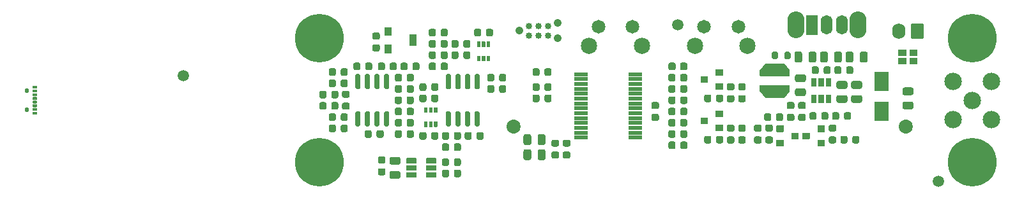
<source format=gts>
G04 #@! TF.GenerationSoftware,KiCad,Pcbnew,5.1.9-73d0e3b20d~88~ubuntu20.04.1*
G04 #@! TF.CreationDate,2021-03-06T21:34:32-08:00*
G04 #@! TF.ProjectId,current-sense,63757272-656e-4742-9d73-656e73652e6b,rev?*
G04 #@! TF.SameCoordinates,Original*
G04 #@! TF.FileFunction,Soldermask,Top*
G04 #@! TF.FilePolarity,Negative*
%FSLAX46Y46*%
G04 Gerber Fmt 4.6, Leading zero omitted, Abs format (unit mm)*
G04 Created by KiCad (PCBNEW 5.1.9-73d0e3b20d~88~ubuntu20.04.1) date 2021-03-06 21:34:32*
%MOMM*%
%LPD*%
G01*
G04 APERTURE LIST*
%ADD10C,1.500000*%
%ADD11O,2.260000X3.560000*%
%ADD12O,1.560000X2.560000*%
%ADD13C,2.160000*%
%ADD14C,1.810000*%
%ADD15O,1.760000X2.060000*%
%ADD16C,1.860000*%
%ADD17C,0.100000*%
%ADD18C,2.310000*%
%ADD19C,0.860000*%
%ADD20C,6.460000*%
%ADD21O,0.847000X0.847000*%
%ADD22C,1.051000*%
G04 APERTURE END LIST*
D10*
X-8750000Y40750000D03*
X56750000Y47500000D03*
X91250000Y26750000D03*
D11*
X80600000Y47500000D03*
X72400000Y47500000D03*
D12*
X78500000Y47500000D03*
X76500000Y47500000D03*
G36*
G01*
X73720000Y46250000D02*
X73720000Y48750000D01*
G75*
G02*
X73750000Y48780000I30000J0D01*
G01*
X75250000Y48780000D01*
G75*
G02*
X75280000Y48750000I0J-30000D01*
G01*
X75280000Y46250000D01*
G75*
G02*
X75250000Y46220000I-30000J0D01*
G01*
X73750000Y46220000D01*
G75*
G02*
X73720000Y46250000I0J30000D01*
G01*
G37*
D13*
X66000000Y44760000D03*
D14*
X64750000Y47250000D03*
X60250000Y47250000D03*
D13*
X58990000Y44760000D03*
X52000000Y44760000D03*
D14*
X50750000Y47250000D03*
X46250000Y47250000D03*
D13*
X44990000Y44760000D03*
G36*
G01*
X56455000Y42265000D02*
X56455000Y41735000D01*
G75*
G02*
X56215000Y41495000I-240000J0D01*
G01*
X55735000Y41495000D01*
G75*
G02*
X55495000Y41735000I0J240000D01*
G01*
X55495000Y42265000D01*
G75*
G02*
X55735000Y42505000I240000J0D01*
G01*
X56215000Y42505000D01*
G75*
G02*
X56455000Y42265000I0J-240000D01*
G01*
G37*
G36*
G01*
X58005000Y42265000D02*
X58005000Y41735000D01*
G75*
G02*
X57765000Y41495000I-240000J0D01*
G01*
X57285000Y41495000D01*
G75*
G02*
X57045000Y41735000I0J240000D01*
G01*
X57045000Y42265000D01*
G75*
G02*
X57285000Y42505000I240000J0D01*
G01*
X57765000Y42505000D01*
G75*
G02*
X58005000Y42265000I0J-240000D01*
G01*
G37*
G36*
G01*
X70055000Y43740000D02*
X70055000Y43160000D01*
G75*
G02*
X69840000Y42945000I-215000J0D01*
G01*
X69410000Y42945000D01*
G75*
G02*
X69195000Y43160000I0J215000D01*
G01*
X69195000Y43740000D01*
G75*
G02*
X69410000Y43955000I215000J0D01*
G01*
X69840000Y43955000D01*
G75*
G02*
X70055000Y43740000I0J-215000D01*
G01*
G37*
G36*
G01*
X71705000Y43740000D02*
X71705000Y43160000D01*
G75*
G02*
X71490000Y42945000I-215000J0D01*
G01*
X71060000Y42945000D01*
G75*
G02*
X70845000Y43160000I0J215000D01*
G01*
X70845000Y43740000D01*
G75*
G02*
X71060000Y43955000I215000J0D01*
G01*
X71490000Y43955000D01*
G75*
G02*
X71705000Y43740000I0J-215000D01*
G01*
G37*
G36*
G01*
X82850000Y41280000D02*
X84650000Y41280000D01*
G75*
G02*
X84680000Y41250000I0J-30000D01*
G01*
X84680000Y38750000D01*
G75*
G02*
X84650000Y38720000I-30000J0D01*
G01*
X82850000Y38720000D01*
G75*
G02*
X82820000Y38750000I0J30000D01*
G01*
X82820000Y41250000D01*
G75*
G02*
X82850000Y41280000I30000J0D01*
G01*
G37*
G36*
G01*
X82850000Y37280000D02*
X84650000Y37280000D01*
G75*
G02*
X84680000Y37250000I0J-30000D01*
G01*
X84680000Y34750000D01*
G75*
G02*
X84650000Y34720000I-30000J0D01*
G01*
X82850000Y34720000D01*
G75*
G02*
X82820000Y34750000I0J30000D01*
G01*
X82820000Y37250000D01*
G75*
G02*
X82850000Y37280000I30000J0D01*
G01*
G37*
G36*
G01*
X17900000Y44930000D02*
X18800000Y44930000D01*
G75*
G02*
X18830000Y44900000I0J-30000D01*
G01*
X18830000Y43800000D01*
G75*
G02*
X18800000Y43770000I-30000J0D01*
G01*
X17900000Y43770000D01*
G75*
G02*
X17870000Y43800000I0J30000D01*
G01*
X17870000Y44900000D01*
G75*
G02*
X17900000Y44930000I30000J0D01*
G01*
G37*
G36*
G01*
X21200000Y46230000D02*
X22100000Y46230000D01*
G75*
G02*
X22130000Y46200000I0J-30000D01*
G01*
X22130000Y44800000D01*
G75*
G02*
X22100000Y44770000I-30000J0D01*
G01*
X21200000Y44770000D01*
G75*
G02*
X21170000Y44800000I0J30000D01*
G01*
X21170000Y46200000D01*
G75*
G02*
X21200000Y46230000I30000J0D01*
G01*
G37*
G36*
G01*
X17900000Y47230000D02*
X18800000Y47230000D01*
G75*
G02*
X18830000Y47200000I0J-30000D01*
G01*
X18830000Y46100000D01*
G75*
G02*
X18800000Y46070000I-30000J0D01*
G01*
X17900000Y46070000D01*
G75*
G02*
X17870000Y46100000I0J30000D01*
G01*
X17870000Y47200000D01*
G75*
G02*
X17900000Y47230000I30000J0D01*
G01*
G37*
G36*
G01*
X74195000Y35128750D02*
X74195000Y35671250D01*
G75*
G02*
X74428750Y35905000I233750J0D01*
G01*
X74896250Y35905000D01*
G75*
G02*
X75130000Y35671250I0J-233750D01*
G01*
X75130000Y35128750D01*
G75*
G02*
X74896250Y34895000I-233750J0D01*
G01*
X74428750Y34895000D01*
G75*
G02*
X74195000Y35128750I0J233750D01*
G01*
G37*
G36*
G01*
X75770000Y35128750D02*
X75770000Y35671250D01*
G75*
G02*
X76003750Y35905000I233750J0D01*
G01*
X76471250Y35905000D01*
G75*
G02*
X76705000Y35671250I0J-233750D01*
G01*
X76705000Y35128750D01*
G75*
G02*
X76471250Y34895000I-233750J0D01*
G01*
X76003750Y34895000D01*
G75*
G02*
X75770000Y35128750I0J233750D01*
G01*
G37*
G36*
G01*
X17021250Y45570000D02*
X16478750Y45570000D01*
G75*
G02*
X16245000Y45803750I0J233750D01*
G01*
X16245000Y46271250D01*
G75*
G02*
X16478750Y46505000I233750J0D01*
G01*
X17021250Y46505000D01*
G75*
G02*
X17255000Y46271250I0J-233750D01*
G01*
X17255000Y45803750D01*
G75*
G02*
X17021250Y45570000I-233750J0D01*
G01*
G37*
G36*
G01*
X17021250Y43995000D02*
X16478750Y43995000D01*
G75*
G02*
X16245000Y44228750I0J233750D01*
G01*
X16245000Y44696250D01*
G75*
G02*
X16478750Y44930000I233750J0D01*
G01*
X17021250Y44930000D01*
G75*
G02*
X17255000Y44696250I0J-233750D01*
G01*
X17255000Y44228750D01*
G75*
G02*
X17021250Y43995000I-233750J0D01*
G01*
G37*
D15*
X86000000Y46700000D03*
G36*
G01*
X89380000Y47471177D02*
X89380000Y45928823D01*
G75*
G02*
X89121177Y45670000I-258823J0D01*
G01*
X87878823Y45670000D01*
G75*
G02*
X87620000Y45928823I0J258823D01*
G01*
X87620000Y47471177D01*
G75*
G02*
X87878823Y47730000I258823J0D01*
G01*
X89121177Y47730000D01*
G75*
G02*
X89380000Y47471177I0J-258823D01*
G01*
G37*
D16*
X87000000Y33950000D03*
X35000000Y33950000D03*
G36*
G01*
X79705000Y35671250D02*
X79705000Y35128750D01*
G75*
G02*
X79471250Y34895000I-233750J0D01*
G01*
X79003750Y34895000D01*
G75*
G02*
X78770000Y35128750I0J233750D01*
G01*
X78770000Y35671250D01*
G75*
G02*
X79003750Y35905000I233750J0D01*
G01*
X79471250Y35905000D01*
G75*
G02*
X79705000Y35671250I0J-233750D01*
G01*
G37*
G36*
G01*
X78130000Y35671250D02*
X78130000Y35128750D01*
G75*
G02*
X77896250Y34895000I-233750J0D01*
G01*
X77428750Y34895000D01*
G75*
G02*
X77195000Y35128750I0J233750D01*
G01*
X77195000Y35671250D01*
G75*
G02*
X77428750Y35905000I233750J0D01*
G01*
X77896250Y35905000D01*
G75*
G02*
X78130000Y35671250I0J-233750D01*
G01*
G37*
G36*
G01*
X68195000Y34978750D02*
X68195000Y35521250D01*
G75*
G02*
X68428750Y35755000I233750J0D01*
G01*
X68896250Y35755000D01*
G75*
G02*
X69130000Y35521250I0J-233750D01*
G01*
X69130000Y34978750D01*
G75*
G02*
X68896250Y34745000I-233750J0D01*
G01*
X68428750Y34745000D01*
G75*
G02*
X68195000Y34978750I0J233750D01*
G01*
G37*
G36*
G01*
X69770000Y34978750D02*
X69770000Y35521250D01*
G75*
G02*
X70003750Y35755000I233750J0D01*
G01*
X70471250Y35755000D01*
G75*
G02*
X70705000Y35521250I0J-233750D01*
G01*
X70705000Y34978750D01*
G75*
G02*
X70471250Y34745000I-233750J0D01*
G01*
X70003750Y34745000D01*
G75*
G02*
X69770000Y34978750I0J233750D01*
G01*
G37*
G36*
G01*
X72195000Y42778750D02*
X72195000Y43721250D01*
G75*
G02*
X72453750Y43980000I258750J0D01*
G01*
X72971250Y43980000D01*
G75*
G02*
X73230000Y43721250I0J-258750D01*
G01*
X73230000Y42778750D01*
G75*
G02*
X72971250Y42520000I-258750J0D01*
G01*
X72453750Y42520000D01*
G75*
G02*
X72195000Y42778750I0J258750D01*
G01*
G37*
G36*
G01*
X74070000Y42778750D02*
X74070000Y43721250D01*
G75*
G02*
X74328750Y43980000I258750J0D01*
G01*
X74846250Y43980000D01*
G75*
G02*
X75105000Y43721250I0J-258750D01*
G01*
X75105000Y42778750D01*
G75*
G02*
X74846250Y42520000I-258750J0D01*
G01*
X74328750Y42520000D01*
G75*
G02*
X74070000Y42778750I0J258750D01*
G01*
G37*
G36*
G01*
X72528750Y40955000D02*
X73471250Y40955000D01*
G75*
G02*
X73730000Y40696250I0J-258750D01*
G01*
X73730000Y40178750D01*
G75*
G02*
X73471250Y39920000I-258750J0D01*
G01*
X72528750Y39920000D01*
G75*
G02*
X72270000Y40178750I0J258750D01*
G01*
X72270000Y40696250D01*
G75*
G02*
X72528750Y40955000I258750J0D01*
G01*
G37*
G36*
G01*
X72528750Y39080000D02*
X73471250Y39080000D01*
G75*
G02*
X73730000Y38821250I0J-258750D01*
G01*
X73730000Y38303750D01*
G75*
G02*
X73471250Y38045000I-258750J0D01*
G01*
X72528750Y38045000D01*
G75*
G02*
X72270000Y38303750I0J258750D01*
G01*
X72270000Y38821250D01*
G75*
G02*
X72528750Y39080000I258750J0D01*
G01*
G37*
G36*
G01*
X40228750Y30680000D02*
X40771250Y30680000D01*
G75*
G02*
X41005000Y30446250I0J-233750D01*
G01*
X41005000Y29978750D01*
G75*
G02*
X40771250Y29745000I-233750J0D01*
G01*
X40228750Y29745000D01*
G75*
G02*
X39995000Y29978750I0J233750D01*
G01*
X39995000Y30446250D01*
G75*
G02*
X40228750Y30680000I233750J0D01*
G01*
G37*
G36*
G01*
X40228750Y32255000D02*
X40771250Y32255000D01*
G75*
G02*
X41005000Y32021250I0J-233750D01*
G01*
X41005000Y31553750D01*
G75*
G02*
X40771250Y31320000I-233750J0D01*
G01*
X40228750Y31320000D01*
G75*
G02*
X39995000Y31553750I0J233750D01*
G01*
X39995000Y32021250D01*
G75*
G02*
X40228750Y32255000I233750J0D01*
G01*
G37*
G36*
G01*
X41728750Y30680000D02*
X42271250Y30680000D01*
G75*
G02*
X42505000Y30446250I0J-233750D01*
G01*
X42505000Y29978750D01*
G75*
G02*
X42271250Y29745000I-233750J0D01*
G01*
X41728750Y29745000D01*
G75*
G02*
X41495000Y29978750I0J233750D01*
G01*
X41495000Y30446250D01*
G75*
G02*
X41728750Y30680000I233750J0D01*
G01*
G37*
G36*
G01*
X41728750Y32255000D02*
X42271250Y32255000D01*
G75*
G02*
X42505000Y32021250I0J-233750D01*
G01*
X42505000Y31553750D01*
G75*
G02*
X42271250Y31320000I-233750J0D01*
G01*
X41728750Y31320000D01*
G75*
G02*
X41495000Y31553750I0J233750D01*
G01*
X41495000Y32021250D01*
G75*
G02*
X41728750Y32255000I233750J0D01*
G01*
G37*
D17*
G36*
X70855853Y42379424D02*
G01*
X70861481Y42377716D01*
X70866667Y42374944D01*
X70872817Y42369478D01*
X71572817Y41549478D01*
X71576178Y41544652D01*
X71578534Y41539264D01*
X71579793Y41533519D01*
X71580000Y41530000D01*
X71580000Y40750000D01*
X71579424Y40744147D01*
X71577716Y40738519D01*
X71574944Y40733333D01*
X71571213Y40728787D01*
X71566667Y40725056D01*
X71561481Y40722284D01*
X71555853Y40720576D01*
X71550000Y40720000D01*
X67650000Y40720000D01*
X67644147Y40720576D01*
X67638519Y40722284D01*
X67633333Y40725056D01*
X67628787Y40728787D01*
X67625056Y40733333D01*
X67622284Y40738519D01*
X67620576Y40744147D01*
X67620000Y40750000D01*
X67620000Y41530000D01*
X67620576Y41535853D01*
X67622284Y41541481D01*
X67625056Y41546667D01*
X67627183Y41549478D01*
X68327183Y42369478D01*
X68331421Y42373555D01*
X68336374Y42376727D01*
X68341850Y42378872D01*
X68350000Y42380000D01*
X70850000Y42380000D01*
X70855853Y42379424D01*
G37*
G36*
X68344147Y37820576D02*
G01*
X68338519Y37822284D01*
X68333333Y37825056D01*
X68327183Y37830522D01*
X67627183Y38650522D01*
X67623822Y38655348D01*
X67621466Y38660736D01*
X67620207Y38666481D01*
X67620000Y38670000D01*
X67620000Y39450000D01*
X67620576Y39455853D01*
X67622284Y39461481D01*
X67625056Y39466667D01*
X67628787Y39471213D01*
X67633333Y39474944D01*
X67638519Y39477716D01*
X67644147Y39479424D01*
X67650000Y39480000D01*
X71550000Y39480000D01*
X71555853Y39479424D01*
X71561481Y39477716D01*
X71566667Y39474944D01*
X71571213Y39471213D01*
X71574944Y39466667D01*
X71577716Y39461481D01*
X71579424Y39455853D01*
X71580000Y39450000D01*
X71580000Y38670000D01*
X71579424Y38664147D01*
X71577716Y38658519D01*
X71574944Y38653333D01*
X71572817Y38650522D01*
X70872817Y37830522D01*
X70868579Y37826445D01*
X70863626Y37823273D01*
X70858150Y37821128D01*
X70850000Y37820000D01*
X68350000Y37820000D01*
X68344147Y37820576D01*
G37*
G36*
G01*
X60730000Y35150000D02*
X60730000Y34350000D01*
G75*
G02*
X60700000Y34320000I-30000J0D01*
G01*
X59800000Y34320000D01*
G75*
G02*
X59770000Y34350000I0J30000D01*
G01*
X59770000Y35150000D01*
G75*
G02*
X59800000Y35180000I30000J0D01*
G01*
X60700000Y35180000D01*
G75*
G02*
X60730000Y35150000I0J-30000D01*
G01*
G37*
G36*
G01*
X62730000Y36100000D02*
X62730000Y35300000D01*
G75*
G02*
X62700000Y35270000I-30000J0D01*
G01*
X61800000Y35270000D01*
G75*
G02*
X61770000Y35300000I0J30000D01*
G01*
X61770000Y36100000D01*
G75*
G02*
X61800000Y36130000I30000J0D01*
G01*
X62700000Y36130000D01*
G75*
G02*
X62730000Y36100000I0J-30000D01*
G01*
G37*
G36*
G01*
X62730000Y34200000D02*
X62730000Y33400000D01*
G75*
G02*
X62700000Y33370000I-30000J0D01*
G01*
X61800000Y33370000D01*
G75*
G02*
X61770000Y33400000I0J30000D01*
G01*
X61770000Y34200000D01*
G75*
G02*
X61800000Y34230000I30000J0D01*
G01*
X62700000Y34230000D01*
G75*
G02*
X62730000Y34200000I0J-30000D01*
G01*
G37*
G36*
G01*
X60730000Y40650000D02*
X60730000Y39850000D01*
G75*
G02*
X60700000Y39820000I-30000J0D01*
G01*
X59800000Y39820000D01*
G75*
G02*
X59770000Y39850000I0J30000D01*
G01*
X59770000Y40650000D01*
G75*
G02*
X59800000Y40680000I30000J0D01*
G01*
X60700000Y40680000D01*
G75*
G02*
X60730000Y40650000I0J-30000D01*
G01*
G37*
G36*
G01*
X62730000Y41600000D02*
X62730000Y40800000D01*
G75*
G02*
X62700000Y40770000I-30000J0D01*
G01*
X61800000Y40770000D01*
G75*
G02*
X61770000Y40800000I0J30000D01*
G01*
X61770000Y41600000D01*
G75*
G02*
X61800000Y41630000I30000J0D01*
G01*
X62700000Y41630000D01*
G75*
G02*
X62730000Y41600000I0J-30000D01*
G01*
G37*
G36*
G01*
X62730000Y39700000D02*
X62730000Y38900000D01*
G75*
G02*
X62700000Y38870000I-30000J0D01*
G01*
X61800000Y38870000D01*
G75*
G02*
X61770000Y38900000I0J30000D01*
G01*
X61770000Y39700000D01*
G75*
G02*
X61800000Y39730000I30000J0D01*
G01*
X62700000Y39730000D01*
G75*
G02*
X62730000Y39700000I0J-30000D01*
G01*
G37*
G36*
G01*
X13005000Y34021250D02*
X13005000Y33478750D01*
G75*
G02*
X12771250Y33245000I-233750J0D01*
G01*
X12303750Y33245000D01*
G75*
G02*
X12070000Y33478750I0J233750D01*
G01*
X12070000Y34021250D01*
G75*
G02*
X12303750Y34255000I233750J0D01*
G01*
X12771250Y34255000D01*
G75*
G02*
X13005000Y34021250I0J-233750D01*
G01*
G37*
G36*
G01*
X11430000Y34021250D02*
X11430000Y33478750D01*
G75*
G02*
X11196250Y33245000I-233750J0D01*
G01*
X10728750Y33245000D01*
G75*
G02*
X10495000Y33478750I0J233750D01*
G01*
X10495000Y34021250D01*
G75*
G02*
X10728750Y34255000I233750J0D01*
G01*
X11196250Y34255000D01*
G75*
G02*
X11430000Y34021250I0J-233750D01*
G01*
G37*
G36*
G01*
X10495000Y40978750D02*
X10495000Y41521250D01*
G75*
G02*
X10728750Y41755000I233750J0D01*
G01*
X11196250Y41755000D01*
G75*
G02*
X11430000Y41521250I0J-233750D01*
G01*
X11430000Y40978750D01*
G75*
G02*
X11196250Y40745000I-233750J0D01*
G01*
X10728750Y40745000D01*
G75*
G02*
X10495000Y40978750I0J233750D01*
G01*
G37*
G36*
G01*
X12070000Y40978750D02*
X12070000Y41521250D01*
G75*
G02*
X12303750Y41755000I233750J0D01*
G01*
X12771250Y41755000D01*
G75*
G02*
X13005000Y41521250I0J-233750D01*
G01*
X13005000Y40978750D01*
G75*
G02*
X12771250Y40745000I-233750J0D01*
G01*
X12303750Y40745000D01*
G75*
G02*
X12070000Y40978750I0J233750D01*
G01*
G37*
G36*
G01*
X64021250Y33320000D02*
X63478750Y33320000D01*
G75*
G02*
X63245000Y33553750I0J233750D01*
G01*
X63245000Y34021250D01*
G75*
G02*
X63478750Y34255000I233750J0D01*
G01*
X64021250Y34255000D01*
G75*
G02*
X64255000Y34021250I0J-233750D01*
G01*
X64255000Y33553750D01*
G75*
G02*
X64021250Y33320000I-233750J0D01*
G01*
G37*
G36*
G01*
X64021250Y31745000D02*
X63478750Y31745000D01*
G75*
G02*
X63245000Y31978750I0J233750D01*
G01*
X63245000Y32446250D01*
G75*
G02*
X63478750Y32680000I233750J0D01*
G01*
X64021250Y32680000D01*
G75*
G02*
X64255000Y32446250I0J-233750D01*
G01*
X64255000Y31978750D01*
G75*
G02*
X64021250Y31745000I-233750J0D01*
G01*
G37*
G36*
G01*
X61820000Y31978750D02*
X61820000Y32521250D01*
G75*
G02*
X62053750Y32755000I233750J0D01*
G01*
X62521250Y32755000D01*
G75*
G02*
X62755000Y32521250I0J-233750D01*
G01*
X62755000Y31978750D01*
G75*
G02*
X62521250Y31745000I-233750J0D01*
G01*
X62053750Y31745000D01*
G75*
G02*
X61820000Y31978750I0J233750D01*
G01*
G37*
G36*
G01*
X60245000Y31978750D02*
X60245000Y32521250D01*
G75*
G02*
X60478750Y32755000I233750J0D01*
G01*
X60946250Y32755000D01*
G75*
G02*
X61180000Y32521250I0J-233750D01*
G01*
X61180000Y31978750D01*
G75*
G02*
X60946250Y31745000I-233750J0D01*
G01*
X60478750Y31745000D01*
G75*
G02*
X60245000Y31978750I0J233750D01*
G01*
G37*
G36*
G01*
X63478750Y38180000D02*
X64021250Y38180000D01*
G75*
G02*
X64255000Y37946250I0J-233750D01*
G01*
X64255000Y37478750D01*
G75*
G02*
X64021250Y37245000I-233750J0D01*
G01*
X63478750Y37245000D01*
G75*
G02*
X63245000Y37478750I0J233750D01*
G01*
X63245000Y37946250D01*
G75*
G02*
X63478750Y38180000I233750J0D01*
G01*
G37*
G36*
G01*
X63478750Y39755000D02*
X64021250Y39755000D01*
G75*
G02*
X64255000Y39521250I0J-233750D01*
G01*
X64255000Y39053750D01*
G75*
G02*
X64021250Y38820000I-233750J0D01*
G01*
X63478750Y38820000D01*
G75*
G02*
X63245000Y39053750I0J233750D01*
G01*
X63245000Y39521250D01*
G75*
G02*
X63478750Y39755000I233750J0D01*
G01*
G37*
G36*
G01*
X61820000Y37478750D02*
X61820000Y38021250D01*
G75*
G02*
X62053750Y38255000I233750J0D01*
G01*
X62521250Y38255000D01*
G75*
G02*
X62755000Y38021250I0J-233750D01*
G01*
X62755000Y37478750D01*
G75*
G02*
X62521250Y37245000I-233750J0D01*
G01*
X62053750Y37245000D01*
G75*
G02*
X61820000Y37478750I0J233750D01*
G01*
G37*
G36*
G01*
X60245000Y37478750D02*
X60245000Y38021250D01*
G75*
G02*
X60478750Y38255000I233750J0D01*
G01*
X60946250Y38255000D01*
G75*
G02*
X61180000Y38021250I0J-233750D01*
G01*
X61180000Y37478750D01*
G75*
G02*
X60946250Y37245000I-233750J0D01*
G01*
X60478750Y37245000D01*
G75*
G02*
X60245000Y37478750I0J233750D01*
G01*
G37*
G36*
G01*
X79870000Y31978750D02*
X79870000Y32521250D01*
G75*
G02*
X80103750Y32755000I233750J0D01*
G01*
X80571250Y32755000D01*
G75*
G02*
X80805000Y32521250I0J-233750D01*
G01*
X80805000Y31978750D01*
G75*
G02*
X80571250Y31745000I-233750J0D01*
G01*
X80103750Y31745000D01*
G75*
G02*
X79870000Y31978750I0J233750D01*
G01*
G37*
G36*
G01*
X78295000Y31978750D02*
X78295000Y32521250D01*
G75*
G02*
X78528750Y32755000I233750J0D01*
G01*
X78996250Y32755000D01*
G75*
G02*
X79230000Y32521250I0J-233750D01*
G01*
X79230000Y31978750D01*
G75*
G02*
X78996250Y31745000I-233750J0D01*
G01*
X78528750Y31745000D01*
G75*
G02*
X78295000Y31978750I0J233750D01*
G01*
G37*
G36*
G01*
X67621250Y33320000D02*
X67078750Y33320000D01*
G75*
G02*
X66845000Y33553750I0J233750D01*
G01*
X66845000Y34021250D01*
G75*
G02*
X67078750Y34255000I233750J0D01*
G01*
X67621250Y34255000D01*
G75*
G02*
X67855000Y34021250I0J-233750D01*
G01*
X67855000Y33553750D01*
G75*
G02*
X67621250Y33320000I-233750J0D01*
G01*
G37*
G36*
G01*
X67621250Y31745000D02*
X67078750Y31745000D01*
G75*
G02*
X66845000Y31978750I0J233750D01*
G01*
X66845000Y32446250D01*
G75*
G02*
X67078750Y32680000I233750J0D01*
G01*
X67621250Y32680000D01*
G75*
G02*
X67855000Y32446250I0J-233750D01*
G01*
X67855000Y31978750D01*
G75*
G02*
X67621250Y31745000I-233750J0D01*
G01*
G37*
G36*
G01*
X38430000Y38021250D02*
X38430000Y37478750D01*
G75*
G02*
X38196250Y37245000I-233750J0D01*
G01*
X37728750Y37245000D01*
G75*
G02*
X37495000Y37478750I0J233750D01*
G01*
X37495000Y38021250D01*
G75*
G02*
X37728750Y38255000I233750J0D01*
G01*
X38196250Y38255000D01*
G75*
G02*
X38430000Y38021250I0J-233750D01*
G01*
G37*
G36*
G01*
X40005000Y38021250D02*
X40005000Y37478750D01*
G75*
G02*
X39771250Y37245000I-233750J0D01*
G01*
X39303750Y37245000D01*
G75*
G02*
X39070000Y37478750I0J233750D01*
G01*
X39070000Y38021250D01*
G75*
G02*
X39303750Y38255000I233750J0D01*
G01*
X39771250Y38255000D01*
G75*
G02*
X40005000Y38021250I0J-233750D01*
G01*
G37*
G36*
G01*
X76230000Y32200000D02*
X76230000Y31400000D01*
G75*
G02*
X76200000Y31370000I-30000J0D01*
G01*
X75300000Y31370000D01*
G75*
G02*
X75270000Y31400000I0J30000D01*
G01*
X75270000Y32200000D01*
G75*
G02*
X75300000Y32230000I30000J0D01*
G01*
X76200000Y32230000D01*
G75*
G02*
X76230000Y32200000I0J-30000D01*
G01*
G37*
G36*
G01*
X76230000Y34100000D02*
X76230000Y33300000D01*
G75*
G02*
X76200000Y33270000I-30000J0D01*
G01*
X75300000Y33270000D01*
G75*
G02*
X75270000Y33300000I0J30000D01*
G01*
X75270000Y34100000D01*
G75*
G02*
X75300000Y34130000I30000J0D01*
G01*
X76200000Y34130000D01*
G75*
G02*
X76230000Y34100000I0J-30000D01*
G01*
G37*
G36*
G01*
X74230000Y33150000D02*
X74230000Y32350000D01*
G75*
G02*
X74200000Y32320000I-30000J0D01*
G01*
X73300000Y32320000D01*
G75*
G02*
X73270000Y32350000I0J30000D01*
G01*
X73270000Y33150000D01*
G75*
G02*
X73300000Y33180000I30000J0D01*
G01*
X74200000Y33180000D01*
G75*
G02*
X74230000Y33150000I0J-30000D01*
G01*
G37*
G36*
G01*
X69820000Y33300000D02*
X69820000Y34100000D01*
G75*
G02*
X69850000Y34130000I30000J0D01*
G01*
X70750000Y34130000D01*
G75*
G02*
X70780000Y34100000I0J-30000D01*
G01*
X70780000Y33300000D01*
G75*
G02*
X70750000Y33270000I-30000J0D01*
G01*
X69850000Y33270000D01*
G75*
G02*
X69820000Y33300000I0J30000D01*
G01*
G37*
G36*
G01*
X69820000Y31400000D02*
X69820000Y32200000D01*
G75*
G02*
X69850000Y32230000I30000J0D01*
G01*
X70750000Y32230000D01*
G75*
G02*
X70780000Y32200000I0J-30000D01*
G01*
X70780000Y31400000D01*
G75*
G02*
X70750000Y31370000I-30000J0D01*
G01*
X69850000Y31370000D01*
G75*
G02*
X69820000Y31400000I0J30000D01*
G01*
G37*
G36*
G01*
X71820000Y32350000D02*
X71820000Y33150000D01*
G75*
G02*
X71850000Y33180000I30000J0D01*
G01*
X72750000Y33180000D01*
G75*
G02*
X72780000Y33150000I0J-30000D01*
G01*
X72780000Y32350000D01*
G75*
G02*
X72750000Y32320000I-30000J0D01*
G01*
X71850000Y32320000D01*
G75*
G02*
X71820000Y32350000I0J30000D01*
G01*
G37*
G36*
G01*
X10495000Y34978750D02*
X10495000Y35521250D01*
G75*
G02*
X10728750Y35755000I233750J0D01*
G01*
X11196250Y35755000D01*
G75*
G02*
X11430000Y35521250I0J-233750D01*
G01*
X11430000Y34978750D01*
G75*
G02*
X11196250Y34745000I-233750J0D01*
G01*
X10728750Y34745000D01*
G75*
G02*
X10495000Y34978750I0J233750D01*
G01*
G37*
G36*
G01*
X12070000Y34978750D02*
X12070000Y35521250D01*
G75*
G02*
X12303750Y35755000I233750J0D01*
G01*
X12771250Y35755000D01*
G75*
G02*
X13005000Y35521250I0J-233750D01*
G01*
X13005000Y34978750D01*
G75*
G02*
X12771250Y34745000I-233750J0D01*
G01*
X12303750Y34745000D01*
G75*
G02*
X12070000Y34978750I0J233750D01*
G01*
G37*
G36*
G01*
X10495000Y39478750D02*
X10495000Y40021250D01*
G75*
G02*
X10728750Y40255000I233750J0D01*
G01*
X11196250Y40255000D01*
G75*
G02*
X11430000Y40021250I0J-233750D01*
G01*
X11430000Y39478750D01*
G75*
G02*
X11196250Y39245000I-233750J0D01*
G01*
X10728750Y39245000D01*
G75*
G02*
X10495000Y39478750I0J233750D01*
G01*
G37*
G36*
G01*
X12070000Y39478750D02*
X12070000Y40021250D01*
G75*
G02*
X12303750Y40255000I233750J0D01*
G01*
X12771250Y40255000D01*
G75*
G02*
X13005000Y40021250I0J-233750D01*
G01*
X13005000Y39478750D01*
G75*
G02*
X12771250Y39245000I-233750J0D01*
G01*
X12303750Y39245000D01*
G75*
G02*
X12070000Y39478750I0J233750D01*
G01*
G37*
G36*
G01*
X65521250Y33320000D02*
X64978750Y33320000D01*
G75*
G02*
X64745000Y33553750I0J233750D01*
G01*
X64745000Y34021250D01*
G75*
G02*
X64978750Y34255000I233750J0D01*
G01*
X65521250Y34255000D01*
G75*
G02*
X65755000Y34021250I0J-233750D01*
G01*
X65755000Y33553750D01*
G75*
G02*
X65521250Y33320000I-233750J0D01*
G01*
G37*
G36*
G01*
X65521250Y31745000D02*
X64978750Y31745000D01*
G75*
G02*
X64745000Y31978750I0J233750D01*
G01*
X64745000Y32446250D01*
G75*
G02*
X64978750Y32680000I233750J0D01*
G01*
X65521250Y32680000D01*
G75*
G02*
X65755000Y32446250I0J-233750D01*
G01*
X65755000Y31978750D01*
G75*
G02*
X65521250Y31745000I-233750J0D01*
G01*
G37*
G36*
G01*
X64978750Y38180000D02*
X65521250Y38180000D01*
G75*
G02*
X65755000Y37946250I0J-233750D01*
G01*
X65755000Y37478750D01*
G75*
G02*
X65521250Y37245000I-233750J0D01*
G01*
X64978750Y37245000D01*
G75*
G02*
X64745000Y37478750I0J233750D01*
G01*
X64745000Y37946250D01*
G75*
G02*
X64978750Y38180000I233750J0D01*
G01*
G37*
G36*
G01*
X64978750Y39755000D02*
X65521250Y39755000D01*
G75*
G02*
X65755000Y39521250I0J-233750D01*
G01*
X65755000Y39053750D01*
G75*
G02*
X65521250Y38820000I-233750J0D01*
G01*
X64978750Y38820000D01*
G75*
G02*
X64745000Y39053750I0J233750D01*
G01*
X64745000Y39521250D01*
G75*
G02*
X64978750Y39755000I233750J0D01*
G01*
G37*
G36*
G01*
X76978750Y34255000D02*
X77521250Y34255000D01*
G75*
G02*
X77755000Y34021250I0J-233750D01*
G01*
X77755000Y33553750D01*
G75*
G02*
X77521250Y33320000I-233750J0D01*
G01*
X76978750Y33320000D01*
G75*
G02*
X76745000Y33553750I0J233750D01*
G01*
X76745000Y34021250D01*
G75*
G02*
X76978750Y34255000I233750J0D01*
G01*
G37*
G36*
G01*
X76978750Y32680000D02*
X77521250Y32680000D01*
G75*
G02*
X77755000Y32446250I0J-233750D01*
G01*
X77755000Y31978750D01*
G75*
G02*
X77521250Y31745000I-233750J0D01*
G01*
X76978750Y31745000D01*
G75*
G02*
X76745000Y31978750I0J233750D01*
G01*
X76745000Y32446250D01*
G75*
G02*
X76978750Y32680000I233750J0D01*
G01*
G37*
G36*
G01*
X69121250Y31745000D02*
X68578750Y31745000D01*
G75*
G02*
X68345000Y31978750I0J233750D01*
G01*
X68345000Y32446250D01*
G75*
G02*
X68578750Y32680000I233750J0D01*
G01*
X69121250Y32680000D01*
G75*
G02*
X69355000Y32446250I0J-233750D01*
G01*
X69355000Y31978750D01*
G75*
G02*
X69121250Y31745000I-233750J0D01*
G01*
G37*
G36*
G01*
X69121250Y33320000D02*
X68578750Y33320000D01*
G75*
G02*
X68345000Y33553750I0J233750D01*
G01*
X68345000Y34021250D01*
G75*
G02*
X68578750Y34255000I233750J0D01*
G01*
X69121250Y34255000D01*
G75*
G02*
X69355000Y34021250I0J-233750D01*
G01*
X69355000Y33553750D01*
G75*
G02*
X69121250Y33320000I-233750J0D01*
G01*
G37*
G36*
G01*
X73471250Y34745000D02*
X72928750Y34745000D01*
G75*
G02*
X72695000Y34978750I0J233750D01*
G01*
X72695000Y35446250D01*
G75*
G02*
X72928750Y35680000I233750J0D01*
G01*
X73471250Y35680000D01*
G75*
G02*
X73705000Y35446250I0J-233750D01*
G01*
X73705000Y34978750D01*
G75*
G02*
X73471250Y34745000I-233750J0D01*
G01*
G37*
G36*
G01*
X73471250Y36320000D02*
X72928750Y36320000D01*
G75*
G02*
X72695000Y36553750I0J233750D01*
G01*
X72695000Y37021250D01*
G75*
G02*
X72928750Y37255000I233750J0D01*
G01*
X73471250Y37255000D01*
G75*
G02*
X73705000Y37021250I0J-233750D01*
G01*
X73705000Y36553750D01*
G75*
G02*
X73471250Y36320000I-233750J0D01*
G01*
G37*
G36*
G01*
X71971250Y34745000D02*
X71428750Y34745000D01*
G75*
G02*
X71195000Y34978750I0J233750D01*
G01*
X71195000Y35446250D01*
G75*
G02*
X71428750Y35680000I233750J0D01*
G01*
X71971250Y35680000D01*
G75*
G02*
X72205000Y35446250I0J-233750D01*
G01*
X72205000Y34978750D01*
G75*
G02*
X71971250Y34745000I-233750J0D01*
G01*
G37*
G36*
G01*
X71971250Y36320000D02*
X71428750Y36320000D01*
G75*
G02*
X71195000Y36553750I0J233750D01*
G01*
X71195000Y37021250D01*
G75*
G02*
X71428750Y37255000I233750J0D01*
G01*
X71971250Y37255000D01*
G75*
G02*
X72205000Y37021250I0J-233750D01*
G01*
X72205000Y36553750D01*
G75*
G02*
X71971250Y36320000I-233750J0D01*
G01*
G37*
G36*
G01*
X19245000Y35728750D02*
X19245000Y36271250D01*
G75*
G02*
X19478750Y36505000I233750J0D01*
G01*
X19946250Y36505000D01*
G75*
G02*
X20180000Y36271250I0J-233750D01*
G01*
X20180000Y35728750D01*
G75*
G02*
X19946250Y35495000I-233750J0D01*
G01*
X19478750Y35495000D01*
G75*
G02*
X19245000Y35728750I0J233750D01*
G01*
G37*
G36*
G01*
X20820000Y35728750D02*
X20820000Y36271250D01*
G75*
G02*
X21053750Y36505000I233750J0D01*
G01*
X21521250Y36505000D01*
G75*
G02*
X21755000Y36271250I0J-233750D01*
G01*
X21755000Y35728750D01*
G75*
G02*
X21521250Y35495000I-233750J0D01*
G01*
X21053750Y35495000D01*
G75*
G02*
X20820000Y35728750I0J233750D01*
G01*
G37*
G36*
G01*
X88530000Y44200000D02*
X88530000Y43400000D01*
G75*
G02*
X88500000Y43370000I-30000J0D01*
G01*
X87500000Y43370000D01*
G75*
G02*
X87470000Y43400000I0J30000D01*
G01*
X87470000Y44200000D01*
G75*
G02*
X87500000Y44230000I30000J0D01*
G01*
X88500000Y44230000D01*
G75*
G02*
X88530000Y44200000I0J-30000D01*
G01*
G37*
G36*
G01*
X87030000Y44200000D02*
X87030000Y43400000D01*
G75*
G02*
X87000000Y43370000I-30000J0D01*
G01*
X86000000Y43370000D01*
G75*
G02*
X85970000Y43400000I0J30000D01*
G01*
X85970000Y44200000D01*
G75*
G02*
X86000000Y44230000I30000J0D01*
G01*
X87000000Y44230000D01*
G75*
G02*
X87030000Y44200000I0J-30000D01*
G01*
G37*
G36*
G01*
X87030000Y43100000D02*
X87030000Y42300000D01*
G75*
G02*
X87000000Y42270000I-30000J0D01*
G01*
X86000000Y42270000D01*
G75*
G02*
X85970000Y42300000I0J30000D01*
G01*
X85970000Y43100000D01*
G75*
G02*
X86000000Y43130000I30000J0D01*
G01*
X87000000Y43130000D01*
G75*
G02*
X87030000Y43100000I0J-30000D01*
G01*
G37*
G36*
G01*
X88530000Y43100000D02*
X88530000Y42300000D01*
G75*
G02*
X88500000Y42270000I-30000J0D01*
G01*
X87500000Y42270000D01*
G75*
G02*
X87470000Y42300000I0J30000D01*
G01*
X87470000Y43100000D01*
G75*
G02*
X87500000Y43130000I30000J0D01*
G01*
X88500000Y43130000D01*
G75*
G02*
X88530000Y43100000I0J-30000D01*
G01*
G37*
G36*
G01*
X53478750Y35680000D02*
X54021250Y35680000D01*
G75*
G02*
X54255000Y35446250I0J-233750D01*
G01*
X54255000Y34978750D01*
G75*
G02*
X54021250Y34745000I-233750J0D01*
G01*
X53478750Y34745000D01*
G75*
G02*
X53245000Y34978750I0J233750D01*
G01*
X53245000Y35446250D01*
G75*
G02*
X53478750Y35680000I233750J0D01*
G01*
G37*
G36*
G01*
X53478750Y37255000D02*
X54021250Y37255000D01*
G75*
G02*
X54255000Y37021250I0J-233750D01*
G01*
X54255000Y36553750D01*
G75*
G02*
X54021250Y36320000I-233750J0D01*
G01*
X53478750Y36320000D01*
G75*
G02*
X53245000Y36553750I0J233750D01*
G01*
X53245000Y37021250D01*
G75*
G02*
X53478750Y37255000I233750J0D01*
G01*
G37*
G36*
G01*
X57070000Y40228750D02*
X57070000Y40771250D01*
G75*
G02*
X57303750Y41005000I233750J0D01*
G01*
X57771250Y41005000D01*
G75*
G02*
X58005000Y40771250I0J-233750D01*
G01*
X58005000Y40228750D01*
G75*
G02*
X57771250Y39995000I-233750J0D01*
G01*
X57303750Y39995000D01*
G75*
G02*
X57070000Y40228750I0J233750D01*
G01*
G37*
G36*
G01*
X55495000Y40228750D02*
X55495000Y40771250D01*
G75*
G02*
X55728750Y41005000I233750J0D01*
G01*
X56196250Y41005000D01*
G75*
G02*
X56430000Y40771250I0J-233750D01*
G01*
X56430000Y40228750D01*
G75*
G02*
X56196250Y39995000I-233750J0D01*
G01*
X55728750Y39995000D01*
G75*
G02*
X55495000Y40228750I0J233750D01*
G01*
G37*
G36*
G01*
X86778750Y37330000D02*
X87721250Y37330000D01*
G75*
G02*
X87980000Y37071250I0J-258750D01*
G01*
X87980000Y36553750D01*
G75*
G02*
X87721250Y36295000I-258750J0D01*
G01*
X86778750Y36295000D01*
G75*
G02*
X86520000Y36553750I0J258750D01*
G01*
X86520000Y37071250D01*
G75*
G02*
X86778750Y37330000I258750J0D01*
G01*
G37*
G36*
G01*
X86778750Y39205000D02*
X87721250Y39205000D01*
G75*
G02*
X87980000Y38946250I0J-258750D01*
G01*
X87980000Y38428750D01*
G75*
G02*
X87721250Y38170000I-258750J0D01*
G01*
X86778750Y38170000D01*
G75*
G02*
X86520000Y38428750I0J258750D01*
G01*
X86520000Y38946250D01*
G75*
G02*
X86778750Y39205000I258750J0D01*
G01*
G37*
G36*
G01*
X76075000Y39290000D02*
X75425000Y39290000D01*
G75*
G02*
X75395000Y39320000I0J30000D01*
G01*
X75395000Y40380000D01*
G75*
G02*
X75425000Y40410000I30000J0D01*
G01*
X76075000Y40410000D01*
G75*
G02*
X76105000Y40380000I0J-30000D01*
G01*
X76105000Y39320000D01*
G75*
G02*
X76075000Y39290000I-30000J0D01*
G01*
G37*
G36*
G01*
X75125000Y39290000D02*
X74475000Y39290000D01*
G75*
G02*
X74445000Y39320000I0J30000D01*
G01*
X74445000Y40380000D01*
G75*
G02*
X74475000Y40410000I30000J0D01*
G01*
X75125000Y40410000D01*
G75*
G02*
X75155000Y40380000I0J-30000D01*
G01*
X75155000Y39320000D01*
G75*
G02*
X75125000Y39290000I-30000J0D01*
G01*
G37*
G36*
G01*
X77025000Y39290000D02*
X76375000Y39290000D01*
G75*
G02*
X76345000Y39320000I0J30000D01*
G01*
X76345000Y40380000D01*
G75*
G02*
X76375000Y40410000I30000J0D01*
G01*
X77025000Y40410000D01*
G75*
G02*
X77055000Y40380000I0J-30000D01*
G01*
X77055000Y39320000D01*
G75*
G02*
X77025000Y39290000I-30000J0D01*
G01*
G37*
G36*
G01*
X77025000Y37090000D02*
X76375000Y37090000D01*
G75*
G02*
X76345000Y37120000I0J30000D01*
G01*
X76345000Y38180000D01*
G75*
G02*
X76375000Y38210000I30000J0D01*
G01*
X77025000Y38210000D01*
G75*
G02*
X77055000Y38180000I0J-30000D01*
G01*
X77055000Y37120000D01*
G75*
G02*
X77025000Y37090000I-30000J0D01*
G01*
G37*
G36*
G01*
X76075000Y37090000D02*
X75425000Y37090000D01*
G75*
G02*
X75395000Y37120000I0J30000D01*
G01*
X75395000Y38180000D01*
G75*
G02*
X75425000Y38210000I30000J0D01*
G01*
X76075000Y38210000D01*
G75*
G02*
X76105000Y38180000I0J-30000D01*
G01*
X76105000Y37120000D01*
G75*
G02*
X76075000Y37090000I-30000J0D01*
G01*
G37*
G36*
G01*
X75125000Y37090000D02*
X74475000Y37090000D01*
G75*
G02*
X74445000Y37120000I0J30000D01*
G01*
X74445000Y38180000D01*
G75*
G02*
X74475000Y38210000I30000J0D01*
G01*
X75125000Y38210000D01*
G75*
G02*
X75155000Y38180000I0J-30000D01*
G01*
X75155000Y37120000D01*
G75*
G02*
X75125000Y37090000I-30000J0D01*
G01*
G37*
G36*
G01*
X31450000Y43405000D02*
X31850000Y43405000D01*
G75*
G02*
X31880000Y43375000I0J-30000D01*
G01*
X31880000Y42725000D01*
G75*
G02*
X31850000Y42695000I-30000J0D01*
G01*
X31450000Y42695000D01*
G75*
G02*
X31420000Y42725000I0J30000D01*
G01*
X31420000Y43375000D01*
G75*
G02*
X31450000Y43405000I30000J0D01*
G01*
G37*
G36*
G01*
X30150000Y43405000D02*
X30550000Y43405000D01*
G75*
G02*
X30580000Y43375000I0J-30000D01*
G01*
X30580000Y42725000D01*
G75*
G02*
X30550000Y42695000I-30000J0D01*
G01*
X30150000Y42695000D01*
G75*
G02*
X30120000Y42725000I0J30000D01*
G01*
X30120000Y43375000D01*
G75*
G02*
X30150000Y43405000I30000J0D01*
G01*
G37*
G36*
G01*
X30800000Y45305000D02*
X31200000Y45305000D01*
G75*
G02*
X31230000Y45275000I0J-30000D01*
G01*
X31230000Y44625000D01*
G75*
G02*
X31200000Y44595000I-30000J0D01*
G01*
X30800000Y44595000D01*
G75*
G02*
X30770000Y44625000I0J30000D01*
G01*
X30770000Y45275000D01*
G75*
G02*
X30800000Y45305000I30000J0D01*
G01*
G37*
G36*
G01*
X30800000Y43405000D02*
X31200000Y43405000D01*
G75*
G02*
X31230000Y43375000I0J-30000D01*
G01*
X31230000Y42725000D01*
G75*
G02*
X31200000Y42695000I-30000J0D01*
G01*
X30800000Y42695000D01*
G75*
G02*
X30770000Y42725000I0J30000D01*
G01*
X30770000Y43375000D01*
G75*
G02*
X30800000Y43405000I30000J0D01*
G01*
G37*
G36*
G01*
X30150000Y45305000D02*
X30550000Y45305000D01*
G75*
G02*
X30580000Y45275000I0J-30000D01*
G01*
X30580000Y44625000D01*
G75*
G02*
X30550000Y44595000I-30000J0D01*
G01*
X30150000Y44595000D01*
G75*
G02*
X30120000Y44625000I0J30000D01*
G01*
X30120000Y45275000D01*
G75*
G02*
X30150000Y45305000I30000J0D01*
G01*
G37*
G36*
G01*
X31450000Y45305000D02*
X31850000Y45305000D01*
G75*
G02*
X31880000Y45275000I0J-30000D01*
G01*
X31880000Y44625000D01*
G75*
G02*
X31850000Y44595000I-30000J0D01*
G01*
X31450000Y44595000D01*
G75*
G02*
X31420000Y44625000I0J30000D01*
G01*
X31420000Y45275000D01*
G75*
G02*
X31450000Y45305000I30000J0D01*
G01*
G37*
G36*
G01*
X29990000Y36030000D02*
X30320000Y36030000D01*
G75*
G02*
X30485000Y35865000I0J-165000D01*
G01*
X30485000Y34185000D01*
G75*
G02*
X30320000Y34020000I-165000J0D01*
G01*
X29990000Y34020000D01*
G75*
G02*
X29825000Y34185000I0J165000D01*
G01*
X29825000Y35865000D01*
G75*
G02*
X29990000Y36030000I165000J0D01*
G01*
G37*
G36*
G01*
X28720000Y36030000D02*
X29050000Y36030000D01*
G75*
G02*
X29215000Y35865000I0J-165000D01*
G01*
X29215000Y34185000D01*
G75*
G02*
X29050000Y34020000I-165000J0D01*
G01*
X28720000Y34020000D01*
G75*
G02*
X28555000Y34185000I0J165000D01*
G01*
X28555000Y35865000D01*
G75*
G02*
X28720000Y36030000I165000J0D01*
G01*
G37*
G36*
G01*
X27450000Y36030000D02*
X27780000Y36030000D01*
G75*
G02*
X27945000Y35865000I0J-165000D01*
G01*
X27945000Y34185000D01*
G75*
G02*
X27780000Y34020000I-165000J0D01*
G01*
X27450000Y34020000D01*
G75*
G02*
X27285000Y34185000I0J165000D01*
G01*
X27285000Y35865000D01*
G75*
G02*
X27450000Y36030000I165000J0D01*
G01*
G37*
G36*
G01*
X26180000Y36030000D02*
X26510000Y36030000D01*
G75*
G02*
X26675000Y35865000I0J-165000D01*
G01*
X26675000Y34185000D01*
G75*
G02*
X26510000Y34020000I-165000J0D01*
G01*
X26180000Y34020000D01*
G75*
G02*
X26015000Y34185000I0J165000D01*
G01*
X26015000Y35865000D01*
G75*
G02*
X26180000Y36030000I165000J0D01*
G01*
G37*
G36*
G01*
X26180000Y40980000D02*
X26510000Y40980000D01*
G75*
G02*
X26675000Y40815000I0J-165000D01*
G01*
X26675000Y39135000D01*
G75*
G02*
X26510000Y38970000I-165000J0D01*
G01*
X26180000Y38970000D01*
G75*
G02*
X26015000Y39135000I0J165000D01*
G01*
X26015000Y40815000D01*
G75*
G02*
X26180000Y40980000I165000J0D01*
G01*
G37*
G36*
G01*
X27450000Y40980000D02*
X27780000Y40980000D01*
G75*
G02*
X27945000Y40815000I0J-165000D01*
G01*
X27945000Y39135000D01*
G75*
G02*
X27780000Y38970000I-165000J0D01*
G01*
X27450000Y38970000D01*
G75*
G02*
X27285000Y39135000I0J165000D01*
G01*
X27285000Y40815000D01*
G75*
G02*
X27450000Y40980000I165000J0D01*
G01*
G37*
G36*
G01*
X28720000Y40980000D02*
X29050000Y40980000D01*
G75*
G02*
X29215000Y40815000I0J-165000D01*
G01*
X29215000Y39135000D01*
G75*
G02*
X29050000Y38970000I-165000J0D01*
G01*
X28720000Y38970000D01*
G75*
G02*
X28555000Y39135000I0J165000D01*
G01*
X28555000Y40815000D01*
G75*
G02*
X28720000Y40980000I165000J0D01*
G01*
G37*
G36*
G01*
X29990000Y40980000D02*
X30320000Y40980000D01*
G75*
G02*
X30485000Y40815000I0J-165000D01*
G01*
X30485000Y39135000D01*
G75*
G02*
X30320000Y38970000I-165000J0D01*
G01*
X29990000Y38970000D01*
G75*
G02*
X29825000Y39135000I0J165000D01*
G01*
X29825000Y40815000D01*
G75*
G02*
X29990000Y40980000I165000J0D01*
G01*
G37*
G36*
G01*
X42995000Y40750000D02*
X42995000Y41200000D01*
G75*
G02*
X43025000Y41230000I30000J0D01*
G01*
X44775000Y41230000D01*
G75*
G02*
X44805000Y41200000I0J-30000D01*
G01*
X44805000Y40750000D01*
G75*
G02*
X44775000Y40720000I-30000J0D01*
G01*
X43025000Y40720000D01*
G75*
G02*
X42995000Y40750000I0J30000D01*
G01*
G37*
G36*
G01*
X42995000Y40100000D02*
X42995000Y40550000D01*
G75*
G02*
X43025000Y40580000I30000J0D01*
G01*
X44775000Y40580000D01*
G75*
G02*
X44805000Y40550000I0J-30000D01*
G01*
X44805000Y40100000D01*
G75*
G02*
X44775000Y40070000I-30000J0D01*
G01*
X43025000Y40070000D01*
G75*
G02*
X42995000Y40100000I0J30000D01*
G01*
G37*
G36*
G01*
X42995000Y39450000D02*
X42995000Y39900000D01*
G75*
G02*
X43025000Y39930000I30000J0D01*
G01*
X44775000Y39930000D01*
G75*
G02*
X44805000Y39900000I0J-30000D01*
G01*
X44805000Y39450000D01*
G75*
G02*
X44775000Y39420000I-30000J0D01*
G01*
X43025000Y39420000D01*
G75*
G02*
X42995000Y39450000I0J30000D01*
G01*
G37*
G36*
G01*
X42995000Y38800000D02*
X42995000Y39250000D01*
G75*
G02*
X43025000Y39280000I30000J0D01*
G01*
X44775000Y39280000D01*
G75*
G02*
X44805000Y39250000I0J-30000D01*
G01*
X44805000Y38800000D01*
G75*
G02*
X44775000Y38770000I-30000J0D01*
G01*
X43025000Y38770000D01*
G75*
G02*
X42995000Y38800000I0J30000D01*
G01*
G37*
G36*
G01*
X42995000Y38150000D02*
X42995000Y38600000D01*
G75*
G02*
X43025000Y38630000I30000J0D01*
G01*
X44775000Y38630000D01*
G75*
G02*
X44805000Y38600000I0J-30000D01*
G01*
X44805000Y38150000D01*
G75*
G02*
X44775000Y38120000I-30000J0D01*
G01*
X43025000Y38120000D01*
G75*
G02*
X42995000Y38150000I0J30000D01*
G01*
G37*
G36*
G01*
X42995000Y37500000D02*
X42995000Y37950000D01*
G75*
G02*
X43025000Y37980000I30000J0D01*
G01*
X44775000Y37980000D01*
G75*
G02*
X44805000Y37950000I0J-30000D01*
G01*
X44805000Y37500000D01*
G75*
G02*
X44775000Y37470000I-30000J0D01*
G01*
X43025000Y37470000D01*
G75*
G02*
X42995000Y37500000I0J30000D01*
G01*
G37*
G36*
G01*
X42995000Y36850000D02*
X42995000Y37300000D01*
G75*
G02*
X43025000Y37330000I30000J0D01*
G01*
X44775000Y37330000D01*
G75*
G02*
X44805000Y37300000I0J-30000D01*
G01*
X44805000Y36850000D01*
G75*
G02*
X44775000Y36820000I-30000J0D01*
G01*
X43025000Y36820000D01*
G75*
G02*
X42995000Y36850000I0J30000D01*
G01*
G37*
G36*
G01*
X42995000Y36200000D02*
X42995000Y36650000D01*
G75*
G02*
X43025000Y36680000I30000J0D01*
G01*
X44775000Y36680000D01*
G75*
G02*
X44805000Y36650000I0J-30000D01*
G01*
X44805000Y36200000D01*
G75*
G02*
X44775000Y36170000I-30000J0D01*
G01*
X43025000Y36170000D01*
G75*
G02*
X42995000Y36200000I0J30000D01*
G01*
G37*
G36*
G01*
X42995000Y35550000D02*
X42995000Y36000000D01*
G75*
G02*
X43025000Y36030000I30000J0D01*
G01*
X44775000Y36030000D01*
G75*
G02*
X44805000Y36000000I0J-30000D01*
G01*
X44805000Y35550000D01*
G75*
G02*
X44775000Y35520000I-30000J0D01*
G01*
X43025000Y35520000D01*
G75*
G02*
X42995000Y35550000I0J30000D01*
G01*
G37*
G36*
G01*
X42995000Y34900000D02*
X42995000Y35350000D01*
G75*
G02*
X43025000Y35380000I30000J0D01*
G01*
X44775000Y35380000D01*
G75*
G02*
X44805000Y35350000I0J-30000D01*
G01*
X44805000Y34900000D01*
G75*
G02*
X44775000Y34870000I-30000J0D01*
G01*
X43025000Y34870000D01*
G75*
G02*
X42995000Y34900000I0J30000D01*
G01*
G37*
G36*
G01*
X42995000Y34250000D02*
X42995000Y34700000D01*
G75*
G02*
X43025000Y34730000I30000J0D01*
G01*
X44775000Y34730000D01*
G75*
G02*
X44805000Y34700000I0J-30000D01*
G01*
X44805000Y34250000D01*
G75*
G02*
X44775000Y34220000I-30000J0D01*
G01*
X43025000Y34220000D01*
G75*
G02*
X42995000Y34250000I0J30000D01*
G01*
G37*
G36*
G01*
X42995000Y33600000D02*
X42995000Y34050000D01*
G75*
G02*
X43025000Y34080000I30000J0D01*
G01*
X44775000Y34080000D01*
G75*
G02*
X44805000Y34050000I0J-30000D01*
G01*
X44805000Y33600000D01*
G75*
G02*
X44775000Y33570000I-30000J0D01*
G01*
X43025000Y33570000D01*
G75*
G02*
X42995000Y33600000I0J30000D01*
G01*
G37*
G36*
G01*
X42995000Y32950000D02*
X42995000Y33400000D01*
G75*
G02*
X43025000Y33430000I30000J0D01*
G01*
X44775000Y33430000D01*
G75*
G02*
X44805000Y33400000I0J-30000D01*
G01*
X44805000Y32950000D01*
G75*
G02*
X44775000Y32920000I-30000J0D01*
G01*
X43025000Y32920000D01*
G75*
G02*
X42995000Y32950000I0J30000D01*
G01*
G37*
G36*
G01*
X42995000Y32300000D02*
X42995000Y32750000D01*
G75*
G02*
X43025000Y32780000I30000J0D01*
G01*
X44775000Y32780000D01*
G75*
G02*
X44805000Y32750000I0J-30000D01*
G01*
X44805000Y32300000D01*
G75*
G02*
X44775000Y32270000I-30000J0D01*
G01*
X43025000Y32270000D01*
G75*
G02*
X42995000Y32300000I0J30000D01*
G01*
G37*
G36*
G01*
X50195000Y32300000D02*
X50195000Y32750000D01*
G75*
G02*
X50225000Y32780000I30000J0D01*
G01*
X51975000Y32780000D01*
G75*
G02*
X52005000Y32750000I0J-30000D01*
G01*
X52005000Y32300000D01*
G75*
G02*
X51975000Y32270000I-30000J0D01*
G01*
X50225000Y32270000D01*
G75*
G02*
X50195000Y32300000I0J30000D01*
G01*
G37*
G36*
G01*
X50195000Y32950000D02*
X50195000Y33400000D01*
G75*
G02*
X50225000Y33430000I30000J0D01*
G01*
X51975000Y33430000D01*
G75*
G02*
X52005000Y33400000I0J-30000D01*
G01*
X52005000Y32950000D01*
G75*
G02*
X51975000Y32920000I-30000J0D01*
G01*
X50225000Y32920000D01*
G75*
G02*
X50195000Y32950000I0J30000D01*
G01*
G37*
G36*
G01*
X50195000Y33600000D02*
X50195000Y34050000D01*
G75*
G02*
X50225000Y34080000I30000J0D01*
G01*
X51975000Y34080000D01*
G75*
G02*
X52005000Y34050000I0J-30000D01*
G01*
X52005000Y33600000D01*
G75*
G02*
X51975000Y33570000I-30000J0D01*
G01*
X50225000Y33570000D01*
G75*
G02*
X50195000Y33600000I0J30000D01*
G01*
G37*
G36*
G01*
X50195000Y34250000D02*
X50195000Y34700000D01*
G75*
G02*
X50225000Y34730000I30000J0D01*
G01*
X51975000Y34730000D01*
G75*
G02*
X52005000Y34700000I0J-30000D01*
G01*
X52005000Y34250000D01*
G75*
G02*
X51975000Y34220000I-30000J0D01*
G01*
X50225000Y34220000D01*
G75*
G02*
X50195000Y34250000I0J30000D01*
G01*
G37*
G36*
G01*
X50195000Y34900000D02*
X50195000Y35350000D01*
G75*
G02*
X50225000Y35380000I30000J0D01*
G01*
X51975000Y35380000D01*
G75*
G02*
X52005000Y35350000I0J-30000D01*
G01*
X52005000Y34900000D01*
G75*
G02*
X51975000Y34870000I-30000J0D01*
G01*
X50225000Y34870000D01*
G75*
G02*
X50195000Y34900000I0J30000D01*
G01*
G37*
G36*
G01*
X50195000Y35550000D02*
X50195000Y36000000D01*
G75*
G02*
X50225000Y36030000I30000J0D01*
G01*
X51975000Y36030000D01*
G75*
G02*
X52005000Y36000000I0J-30000D01*
G01*
X52005000Y35550000D01*
G75*
G02*
X51975000Y35520000I-30000J0D01*
G01*
X50225000Y35520000D01*
G75*
G02*
X50195000Y35550000I0J30000D01*
G01*
G37*
G36*
G01*
X50195000Y36200000D02*
X50195000Y36650000D01*
G75*
G02*
X50225000Y36680000I30000J0D01*
G01*
X51975000Y36680000D01*
G75*
G02*
X52005000Y36650000I0J-30000D01*
G01*
X52005000Y36200000D01*
G75*
G02*
X51975000Y36170000I-30000J0D01*
G01*
X50225000Y36170000D01*
G75*
G02*
X50195000Y36200000I0J30000D01*
G01*
G37*
G36*
G01*
X50195000Y36850000D02*
X50195000Y37300000D01*
G75*
G02*
X50225000Y37330000I30000J0D01*
G01*
X51975000Y37330000D01*
G75*
G02*
X52005000Y37300000I0J-30000D01*
G01*
X52005000Y36850000D01*
G75*
G02*
X51975000Y36820000I-30000J0D01*
G01*
X50225000Y36820000D01*
G75*
G02*
X50195000Y36850000I0J30000D01*
G01*
G37*
G36*
G01*
X50195000Y37500000D02*
X50195000Y37950000D01*
G75*
G02*
X50225000Y37980000I30000J0D01*
G01*
X51975000Y37980000D01*
G75*
G02*
X52005000Y37950000I0J-30000D01*
G01*
X52005000Y37500000D01*
G75*
G02*
X51975000Y37470000I-30000J0D01*
G01*
X50225000Y37470000D01*
G75*
G02*
X50195000Y37500000I0J30000D01*
G01*
G37*
G36*
G01*
X50195000Y38150000D02*
X50195000Y38600000D01*
G75*
G02*
X50225000Y38630000I30000J0D01*
G01*
X51975000Y38630000D01*
G75*
G02*
X52005000Y38600000I0J-30000D01*
G01*
X52005000Y38150000D01*
G75*
G02*
X51975000Y38120000I-30000J0D01*
G01*
X50225000Y38120000D01*
G75*
G02*
X50195000Y38150000I0J30000D01*
G01*
G37*
G36*
G01*
X50195000Y38800000D02*
X50195000Y39250000D01*
G75*
G02*
X50225000Y39280000I30000J0D01*
G01*
X51975000Y39280000D01*
G75*
G02*
X52005000Y39250000I0J-30000D01*
G01*
X52005000Y38800000D01*
G75*
G02*
X51975000Y38770000I-30000J0D01*
G01*
X50225000Y38770000D01*
G75*
G02*
X50195000Y38800000I0J30000D01*
G01*
G37*
G36*
G01*
X50195000Y39450000D02*
X50195000Y39900000D01*
G75*
G02*
X50225000Y39930000I30000J0D01*
G01*
X51975000Y39930000D01*
G75*
G02*
X52005000Y39900000I0J-30000D01*
G01*
X52005000Y39450000D01*
G75*
G02*
X51975000Y39420000I-30000J0D01*
G01*
X50225000Y39420000D01*
G75*
G02*
X50195000Y39450000I0J30000D01*
G01*
G37*
G36*
G01*
X50195000Y40100000D02*
X50195000Y40550000D01*
G75*
G02*
X50225000Y40580000I30000J0D01*
G01*
X51975000Y40580000D01*
G75*
G02*
X52005000Y40550000I0J-30000D01*
G01*
X52005000Y40100000D01*
G75*
G02*
X51975000Y40070000I-30000J0D01*
G01*
X50225000Y40070000D01*
G75*
G02*
X50195000Y40100000I0J30000D01*
G01*
G37*
G36*
G01*
X50195000Y40750000D02*
X50195000Y41200000D01*
G75*
G02*
X50225000Y41230000I30000J0D01*
G01*
X51975000Y41230000D01*
G75*
G02*
X52005000Y41200000I0J-30000D01*
G01*
X52005000Y40750000D01*
G75*
G02*
X51975000Y40720000I-30000J0D01*
G01*
X50225000Y40720000D01*
G75*
G02*
X50195000Y40750000I0J30000D01*
G01*
G37*
G36*
G01*
X23550000Y33945000D02*
X23150000Y33945000D01*
G75*
G02*
X23120000Y33975000I0J30000D01*
G01*
X23120000Y34625000D01*
G75*
G02*
X23150000Y34655000I30000J0D01*
G01*
X23550000Y34655000D01*
G75*
G02*
X23580000Y34625000I0J-30000D01*
G01*
X23580000Y33975000D01*
G75*
G02*
X23550000Y33945000I-30000J0D01*
G01*
G37*
G36*
G01*
X24850000Y33945000D02*
X24450000Y33945000D01*
G75*
G02*
X24420000Y33975000I0J30000D01*
G01*
X24420000Y34625000D01*
G75*
G02*
X24450000Y34655000I30000J0D01*
G01*
X24850000Y34655000D01*
G75*
G02*
X24880000Y34625000I0J-30000D01*
G01*
X24880000Y33975000D01*
G75*
G02*
X24850000Y33945000I-30000J0D01*
G01*
G37*
G36*
G01*
X24200000Y35845000D02*
X23800000Y35845000D01*
G75*
G02*
X23770000Y35875000I0J30000D01*
G01*
X23770000Y36525000D01*
G75*
G02*
X23800000Y36555000I30000J0D01*
G01*
X24200000Y36555000D01*
G75*
G02*
X24230000Y36525000I0J-30000D01*
G01*
X24230000Y35875000D01*
G75*
G02*
X24200000Y35845000I-30000J0D01*
G01*
G37*
G36*
G01*
X24200000Y33945000D02*
X23800000Y33945000D01*
G75*
G02*
X23770000Y33975000I0J30000D01*
G01*
X23770000Y34625000D01*
G75*
G02*
X23800000Y34655000I30000J0D01*
G01*
X24200000Y34655000D01*
G75*
G02*
X24230000Y34625000I0J-30000D01*
G01*
X24230000Y33975000D01*
G75*
G02*
X24200000Y33945000I-30000J0D01*
G01*
G37*
G36*
G01*
X24850000Y35845000D02*
X24450000Y35845000D01*
G75*
G02*
X24420000Y35875000I0J30000D01*
G01*
X24420000Y36525000D01*
G75*
G02*
X24450000Y36555000I30000J0D01*
G01*
X24850000Y36555000D01*
G75*
G02*
X24880000Y36525000I0J-30000D01*
G01*
X24880000Y35875000D01*
G75*
G02*
X24850000Y35845000I-30000J0D01*
G01*
G37*
G36*
G01*
X23550000Y35845000D02*
X23150000Y35845000D01*
G75*
G02*
X23120000Y35875000I0J30000D01*
G01*
X23120000Y36525000D01*
G75*
G02*
X23150000Y36555000I30000J0D01*
G01*
X23550000Y36555000D01*
G75*
G02*
X23580000Y36525000I0J-30000D01*
G01*
X23580000Y35875000D01*
G75*
G02*
X23550000Y35845000I-30000J0D01*
G01*
G37*
G36*
G01*
X14510000Y34020000D02*
X14180000Y34020000D01*
G75*
G02*
X14015000Y34185000I0J165000D01*
G01*
X14015000Y35865000D01*
G75*
G02*
X14180000Y36030000I165000J0D01*
G01*
X14510000Y36030000D01*
G75*
G02*
X14675000Y35865000I0J-165000D01*
G01*
X14675000Y34185000D01*
G75*
G02*
X14510000Y34020000I-165000J0D01*
G01*
G37*
G36*
G01*
X15780000Y34020000D02*
X15450000Y34020000D01*
G75*
G02*
X15285000Y34185000I0J165000D01*
G01*
X15285000Y35865000D01*
G75*
G02*
X15450000Y36030000I165000J0D01*
G01*
X15780000Y36030000D01*
G75*
G02*
X15945000Y35865000I0J-165000D01*
G01*
X15945000Y34185000D01*
G75*
G02*
X15780000Y34020000I-165000J0D01*
G01*
G37*
G36*
G01*
X17050000Y34020000D02*
X16720000Y34020000D01*
G75*
G02*
X16555000Y34185000I0J165000D01*
G01*
X16555000Y35865000D01*
G75*
G02*
X16720000Y36030000I165000J0D01*
G01*
X17050000Y36030000D01*
G75*
G02*
X17215000Y35865000I0J-165000D01*
G01*
X17215000Y34185000D01*
G75*
G02*
X17050000Y34020000I-165000J0D01*
G01*
G37*
G36*
G01*
X18320000Y34020000D02*
X17990000Y34020000D01*
G75*
G02*
X17825000Y34185000I0J165000D01*
G01*
X17825000Y35865000D01*
G75*
G02*
X17990000Y36030000I165000J0D01*
G01*
X18320000Y36030000D01*
G75*
G02*
X18485000Y35865000I0J-165000D01*
G01*
X18485000Y34185000D01*
G75*
G02*
X18320000Y34020000I-165000J0D01*
G01*
G37*
G36*
G01*
X18320000Y38970000D02*
X17990000Y38970000D01*
G75*
G02*
X17825000Y39135000I0J165000D01*
G01*
X17825000Y40815000D01*
G75*
G02*
X17990000Y40980000I165000J0D01*
G01*
X18320000Y40980000D01*
G75*
G02*
X18485000Y40815000I0J-165000D01*
G01*
X18485000Y39135000D01*
G75*
G02*
X18320000Y38970000I-165000J0D01*
G01*
G37*
G36*
G01*
X17050000Y38970000D02*
X16720000Y38970000D01*
G75*
G02*
X16555000Y39135000I0J165000D01*
G01*
X16555000Y40815000D01*
G75*
G02*
X16720000Y40980000I165000J0D01*
G01*
X17050000Y40980000D01*
G75*
G02*
X17215000Y40815000I0J-165000D01*
G01*
X17215000Y39135000D01*
G75*
G02*
X17050000Y38970000I-165000J0D01*
G01*
G37*
G36*
G01*
X15780000Y38970000D02*
X15450000Y38970000D01*
G75*
G02*
X15285000Y39135000I0J165000D01*
G01*
X15285000Y40815000D01*
G75*
G02*
X15450000Y40980000I165000J0D01*
G01*
X15780000Y40980000D01*
G75*
G02*
X15945000Y40815000I0J-165000D01*
G01*
X15945000Y39135000D01*
G75*
G02*
X15780000Y38970000I-165000J0D01*
G01*
G37*
G36*
G01*
X14510000Y38970000D02*
X14180000Y38970000D01*
G75*
G02*
X14015000Y39135000I0J165000D01*
G01*
X14015000Y40815000D01*
G75*
G02*
X14180000Y40980000I165000J0D01*
G01*
X14510000Y40980000D01*
G75*
G02*
X14675000Y40815000I0J-165000D01*
G01*
X14675000Y39135000D01*
G75*
G02*
X14510000Y38970000I-165000J0D01*
G01*
G37*
G36*
G01*
X-28715000Y39430000D02*
X-28235000Y39430000D01*
G75*
G02*
X-28145000Y39340000I0J-90000D01*
G01*
X-28145000Y39160000D01*
G75*
G02*
X-28235000Y39070000I-90000J0D01*
G01*
X-28715000Y39070000D01*
G75*
G02*
X-28805000Y39160000I0J90000D01*
G01*
X-28805000Y39340000D01*
G75*
G02*
X-28715000Y39430000I90000J0D01*
G01*
G37*
G36*
G01*
X-28715000Y38930000D02*
X-28235000Y38930000D01*
G75*
G02*
X-28145000Y38840000I0J-90000D01*
G01*
X-28145000Y38660000D01*
G75*
G02*
X-28235000Y38570000I-90000J0D01*
G01*
X-28715000Y38570000D01*
G75*
G02*
X-28805000Y38660000I0J90000D01*
G01*
X-28805000Y38840000D01*
G75*
G02*
X-28715000Y38930000I90000J0D01*
G01*
G37*
G36*
G01*
X-28715000Y38430000D02*
X-28235000Y38430000D01*
G75*
G02*
X-28145000Y38340000I0J-90000D01*
G01*
X-28145000Y38160000D01*
G75*
G02*
X-28235000Y38070000I-90000J0D01*
G01*
X-28715000Y38070000D01*
G75*
G02*
X-28805000Y38160000I0J90000D01*
G01*
X-28805000Y38340000D01*
G75*
G02*
X-28715000Y38430000I90000J0D01*
G01*
G37*
G36*
G01*
X-28715000Y37930000D02*
X-28235000Y37930000D01*
G75*
G02*
X-28145000Y37840000I0J-90000D01*
G01*
X-28145000Y37660000D01*
G75*
G02*
X-28235000Y37570000I-90000J0D01*
G01*
X-28715000Y37570000D01*
G75*
G02*
X-28805000Y37660000I0J90000D01*
G01*
X-28805000Y37840000D01*
G75*
G02*
X-28715000Y37930000I90000J0D01*
G01*
G37*
G36*
G01*
X-28715000Y37430000D02*
X-28235000Y37430000D01*
G75*
G02*
X-28145000Y37340000I0J-90000D01*
G01*
X-28145000Y37160000D01*
G75*
G02*
X-28235000Y37070000I-90000J0D01*
G01*
X-28715000Y37070000D01*
G75*
G02*
X-28805000Y37160000I0J90000D01*
G01*
X-28805000Y37340000D01*
G75*
G02*
X-28715000Y37430000I90000J0D01*
G01*
G37*
G36*
G01*
X-28715000Y36930000D02*
X-28235000Y36930000D01*
G75*
G02*
X-28145000Y36840000I0J-90000D01*
G01*
X-28145000Y36660000D01*
G75*
G02*
X-28235000Y36570000I-90000J0D01*
G01*
X-28715000Y36570000D01*
G75*
G02*
X-28805000Y36660000I0J90000D01*
G01*
X-28805000Y36840000D01*
G75*
G02*
X-28715000Y36930000I90000J0D01*
G01*
G37*
G36*
G01*
X-28715000Y36430000D02*
X-28235000Y36430000D01*
G75*
G02*
X-28145000Y36340000I0J-90000D01*
G01*
X-28145000Y36160000D01*
G75*
G02*
X-28235000Y36070000I-90000J0D01*
G01*
X-28715000Y36070000D01*
G75*
G02*
X-28805000Y36160000I0J90000D01*
G01*
X-28805000Y36340000D01*
G75*
G02*
X-28715000Y36430000I90000J0D01*
G01*
G37*
G36*
G01*
X-28715000Y35930000D02*
X-28235000Y35930000D01*
G75*
G02*
X-28145000Y35840000I0J-90000D01*
G01*
X-28145000Y35660000D01*
G75*
G02*
X-28235000Y35570000I-90000J0D01*
G01*
X-28715000Y35570000D01*
G75*
G02*
X-28805000Y35660000I0J90000D01*
G01*
X-28805000Y35840000D01*
G75*
G02*
X-28715000Y35930000I90000J0D01*
G01*
G37*
G36*
G01*
X-29665000Y36530000D02*
X-29385000Y36530000D01*
G75*
G02*
X-29245000Y36390000I0J-140000D01*
G01*
X-29245000Y36110000D01*
G75*
G02*
X-29385000Y35970000I-140000J0D01*
G01*
X-29665000Y35970000D01*
G75*
G02*
X-29805000Y36110000I0J140000D01*
G01*
X-29805000Y36390000D01*
G75*
G02*
X-29665000Y36530000I140000J0D01*
G01*
G37*
G36*
G01*
X-29665000Y39030000D02*
X-29385000Y39030000D01*
G75*
G02*
X-29245000Y38890000I0J-140000D01*
G01*
X-29245000Y38610000D01*
G75*
G02*
X-29385000Y38470000I-140000J0D01*
G01*
X-29665000Y38470000D01*
G75*
G02*
X-29805000Y38610000I0J140000D01*
G01*
X-29805000Y38890000D01*
G75*
G02*
X-29665000Y39030000I140000J0D01*
G01*
G37*
G36*
G01*
X56430000Y31771250D02*
X56430000Y31228750D01*
G75*
G02*
X56196250Y30995000I-233750J0D01*
G01*
X55728750Y30995000D01*
G75*
G02*
X55495000Y31228750I0J233750D01*
G01*
X55495000Y31771250D01*
G75*
G02*
X55728750Y32005000I233750J0D01*
G01*
X56196250Y32005000D01*
G75*
G02*
X56430000Y31771250I0J-233750D01*
G01*
G37*
G36*
G01*
X58005000Y31771250D02*
X58005000Y31228750D01*
G75*
G02*
X57771250Y30995000I-233750J0D01*
G01*
X57303750Y30995000D01*
G75*
G02*
X57070000Y31228750I0J233750D01*
G01*
X57070000Y31771250D01*
G75*
G02*
X57303750Y32005000I233750J0D01*
G01*
X57771250Y32005000D01*
G75*
G02*
X58005000Y31771250I0J-233750D01*
G01*
G37*
G36*
G01*
X56430000Y34771250D02*
X56430000Y34228750D01*
G75*
G02*
X56196250Y33995000I-233750J0D01*
G01*
X55728750Y33995000D01*
G75*
G02*
X55495000Y34228750I0J233750D01*
G01*
X55495000Y34771250D01*
G75*
G02*
X55728750Y35005000I233750J0D01*
G01*
X56196250Y35005000D01*
G75*
G02*
X56430000Y34771250I0J-233750D01*
G01*
G37*
G36*
G01*
X58005000Y34771250D02*
X58005000Y34228750D01*
G75*
G02*
X57771250Y33995000I-233750J0D01*
G01*
X57303750Y33995000D01*
G75*
G02*
X57070000Y34228750I0J233750D01*
G01*
X57070000Y34771250D01*
G75*
G02*
X57303750Y35005000I233750J0D01*
G01*
X57771250Y35005000D01*
G75*
G02*
X58005000Y34771250I0J-233750D01*
G01*
G37*
G36*
G01*
X26430000Y31521250D02*
X26430000Y30978750D01*
G75*
G02*
X26196250Y30745000I-233750J0D01*
G01*
X25728750Y30745000D01*
G75*
G02*
X25495000Y30978750I0J233750D01*
G01*
X25495000Y31521250D01*
G75*
G02*
X25728750Y31755000I233750J0D01*
G01*
X26196250Y31755000D01*
G75*
G02*
X26430000Y31521250I0J-233750D01*
G01*
G37*
G36*
G01*
X28005000Y31521250D02*
X28005000Y30978750D01*
G75*
G02*
X27771250Y30745000I-233750J0D01*
G01*
X27303750Y30745000D01*
G75*
G02*
X27070000Y30978750I0J233750D01*
G01*
X27070000Y31521250D01*
G75*
G02*
X27303750Y31755000I233750J0D01*
G01*
X27771250Y31755000D01*
G75*
G02*
X28005000Y31521250I0J-233750D01*
G01*
G37*
G36*
G01*
X56430000Y33271250D02*
X56430000Y32728750D01*
G75*
G02*
X56196250Y32495000I-233750J0D01*
G01*
X55728750Y32495000D01*
G75*
G02*
X55495000Y32728750I0J233750D01*
G01*
X55495000Y33271250D01*
G75*
G02*
X55728750Y33505000I233750J0D01*
G01*
X56196250Y33505000D01*
G75*
G02*
X56430000Y33271250I0J-233750D01*
G01*
G37*
G36*
G01*
X58005000Y33271250D02*
X58005000Y32728750D01*
G75*
G02*
X57771250Y32495000I-233750J0D01*
G01*
X57303750Y32495000D01*
G75*
G02*
X57070000Y32728750I0J233750D01*
G01*
X57070000Y33271250D01*
G75*
G02*
X57303750Y33505000I233750J0D01*
G01*
X57771250Y33505000D01*
G75*
G02*
X58005000Y33271250I0J-233750D01*
G01*
G37*
G36*
G01*
X56430000Y37771250D02*
X56430000Y37228750D01*
G75*
G02*
X56196250Y36995000I-233750J0D01*
G01*
X55728750Y36995000D01*
G75*
G02*
X55495000Y37228750I0J233750D01*
G01*
X55495000Y37771250D01*
G75*
G02*
X55728750Y38005000I233750J0D01*
G01*
X56196250Y38005000D01*
G75*
G02*
X56430000Y37771250I0J-233750D01*
G01*
G37*
G36*
G01*
X58005000Y37771250D02*
X58005000Y37228750D01*
G75*
G02*
X57771250Y36995000I-233750J0D01*
G01*
X57303750Y36995000D01*
G75*
G02*
X57070000Y37228750I0J233750D01*
G01*
X57070000Y37771250D01*
G75*
G02*
X57303750Y38005000I233750J0D01*
G01*
X57771250Y38005000D01*
G75*
G02*
X58005000Y37771250I0J-233750D01*
G01*
G37*
G36*
G01*
X56430000Y36271250D02*
X56430000Y35728750D01*
G75*
G02*
X56196250Y35495000I-233750J0D01*
G01*
X55728750Y35495000D01*
G75*
G02*
X55495000Y35728750I0J233750D01*
G01*
X55495000Y36271250D01*
G75*
G02*
X55728750Y36505000I233750J0D01*
G01*
X56196250Y36505000D01*
G75*
G02*
X56430000Y36271250I0J-233750D01*
G01*
G37*
G36*
G01*
X58005000Y36271250D02*
X58005000Y35728750D01*
G75*
G02*
X57771250Y35495000I-233750J0D01*
G01*
X57303750Y35495000D01*
G75*
G02*
X57070000Y35728750I0J233750D01*
G01*
X57070000Y36271250D01*
G75*
G02*
X57303750Y36505000I233750J0D01*
G01*
X57771250Y36505000D01*
G75*
G02*
X58005000Y36271250I0J-233750D01*
G01*
G37*
G36*
G01*
X75430000Y41771250D02*
X75430000Y41228750D01*
G75*
G02*
X75196250Y40995000I-233750J0D01*
G01*
X74728750Y40995000D01*
G75*
G02*
X74495000Y41228750I0J233750D01*
G01*
X74495000Y41771250D01*
G75*
G02*
X74728750Y42005000I233750J0D01*
G01*
X75196250Y42005000D01*
G75*
G02*
X75430000Y41771250I0J-233750D01*
G01*
G37*
G36*
G01*
X77005000Y41771250D02*
X77005000Y41228750D01*
G75*
G02*
X76771250Y40995000I-233750J0D01*
G01*
X76303750Y40995000D01*
G75*
G02*
X76070000Y41228750I0J233750D01*
G01*
X76070000Y41771250D01*
G75*
G02*
X76303750Y42005000I233750J0D01*
G01*
X76771250Y42005000D01*
G75*
G02*
X77005000Y41771250I0J-233750D01*
G01*
G37*
G36*
G01*
X78430000Y41771250D02*
X78430000Y41228750D01*
G75*
G02*
X78196250Y40995000I-233750J0D01*
G01*
X77728750Y40995000D01*
G75*
G02*
X77495000Y41228750I0J233750D01*
G01*
X77495000Y41771250D01*
G75*
G02*
X77728750Y42005000I233750J0D01*
G01*
X78196250Y42005000D01*
G75*
G02*
X78430000Y41771250I0J-233750D01*
G01*
G37*
G36*
G01*
X80005000Y41771250D02*
X80005000Y41228750D01*
G75*
G02*
X79771250Y40995000I-233750J0D01*
G01*
X79303750Y40995000D01*
G75*
G02*
X79070000Y41228750I0J233750D01*
G01*
X79070000Y41771250D01*
G75*
G02*
X79303750Y42005000I233750J0D01*
G01*
X79771250Y42005000D01*
G75*
G02*
X80005000Y41771250I0J-233750D01*
G01*
G37*
G36*
G01*
X32430000Y39271250D02*
X32430000Y38728750D01*
G75*
G02*
X32196250Y38495000I-233750J0D01*
G01*
X31728750Y38495000D01*
G75*
G02*
X31495000Y38728750I0J233750D01*
G01*
X31495000Y39271250D01*
G75*
G02*
X31728750Y39505000I233750J0D01*
G01*
X32196250Y39505000D01*
G75*
G02*
X32430000Y39271250I0J-233750D01*
G01*
G37*
G36*
G01*
X34005000Y39271250D02*
X34005000Y38728750D01*
G75*
G02*
X33771250Y38495000I-233750J0D01*
G01*
X33303750Y38495000D01*
G75*
G02*
X33070000Y38728750I0J233750D01*
G01*
X33070000Y39271250D01*
G75*
G02*
X33303750Y39505000I233750J0D01*
G01*
X33771250Y39505000D01*
G75*
G02*
X34005000Y39271250I0J-233750D01*
G01*
G37*
G36*
G01*
X33070000Y40228750D02*
X33070000Y40771250D01*
G75*
G02*
X33303750Y41005000I233750J0D01*
G01*
X33771250Y41005000D01*
G75*
G02*
X34005000Y40771250I0J-233750D01*
G01*
X34005000Y40228750D01*
G75*
G02*
X33771250Y39995000I-233750J0D01*
G01*
X33303750Y39995000D01*
G75*
G02*
X33070000Y40228750I0J233750D01*
G01*
G37*
G36*
G01*
X31495000Y40228750D02*
X31495000Y40771250D01*
G75*
G02*
X31728750Y41005000I233750J0D01*
G01*
X32196250Y41005000D01*
G75*
G02*
X32430000Y40771250I0J-233750D01*
G01*
X32430000Y40228750D01*
G75*
G02*
X32196250Y39995000I-233750J0D01*
G01*
X31728750Y39995000D01*
G75*
G02*
X31495000Y40228750I0J233750D01*
G01*
G37*
G36*
G01*
X27680000Y45271250D02*
X27680000Y44728750D01*
G75*
G02*
X27446250Y44495000I-233750J0D01*
G01*
X26978750Y44495000D01*
G75*
G02*
X26745000Y44728750I0J233750D01*
G01*
X26745000Y45271250D01*
G75*
G02*
X26978750Y45505000I233750J0D01*
G01*
X27446250Y45505000D01*
G75*
G02*
X27680000Y45271250I0J-233750D01*
G01*
G37*
G36*
G01*
X29255000Y45271250D02*
X29255000Y44728750D01*
G75*
G02*
X29021250Y44495000I-233750J0D01*
G01*
X28553750Y44495000D01*
G75*
G02*
X28320000Y44728750I0J233750D01*
G01*
X28320000Y45271250D01*
G75*
G02*
X28553750Y45505000I233750J0D01*
G01*
X29021250Y45505000D01*
G75*
G02*
X29255000Y45271250I0J-233750D01*
G01*
G37*
G36*
G01*
X27680000Y43771250D02*
X27680000Y43228750D01*
G75*
G02*
X27446250Y42995000I-233750J0D01*
G01*
X26978750Y42995000D01*
G75*
G02*
X26745000Y43228750I0J233750D01*
G01*
X26745000Y43771250D01*
G75*
G02*
X26978750Y44005000I233750J0D01*
G01*
X27446250Y44005000D01*
G75*
G02*
X27680000Y43771250I0J-233750D01*
G01*
G37*
G36*
G01*
X29255000Y43771250D02*
X29255000Y43228750D01*
G75*
G02*
X29021250Y42995000I-233750J0D01*
G01*
X28553750Y42995000D01*
G75*
G02*
X28320000Y43228750I0J233750D01*
G01*
X28320000Y43771250D01*
G75*
G02*
X28553750Y44005000I233750J0D01*
G01*
X29021250Y44005000D01*
G75*
G02*
X29255000Y43771250I0J-233750D01*
G01*
G37*
G36*
G01*
X24680000Y43771250D02*
X24680000Y43228750D01*
G75*
G02*
X24446250Y42995000I-233750J0D01*
G01*
X23978750Y42995000D01*
G75*
G02*
X23745000Y43228750I0J233750D01*
G01*
X23745000Y43771250D01*
G75*
G02*
X23978750Y44005000I233750J0D01*
G01*
X24446250Y44005000D01*
G75*
G02*
X24680000Y43771250I0J-233750D01*
G01*
G37*
G36*
G01*
X26255000Y43771250D02*
X26255000Y43228750D01*
G75*
G02*
X26021250Y42995000I-233750J0D01*
G01*
X25553750Y42995000D01*
G75*
G02*
X25320000Y43228750I0J233750D01*
G01*
X25320000Y43771250D01*
G75*
G02*
X25553750Y44005000I233750J0D01*
G01*
X26021250Y44005000D01*
G75*
G02*
X26255000Y43771250I0J-233750D01*
G01*
G37*
G36*
G01*
X57070000Y38728750D02*
X57070000Y39271250D01*
G75*
G02*
X57303750Y39505000I233750J0D01*
G01*
X57771250Y39505000D01*
G75*
G02*
X58005000Y39271250I0J-233750D01*
G01*
X58005000Y38728750D01*
G75*
G02*
X57771250Y38495000I-233750J0D01*
G01*
X57303750Y38495000D01*
G75*
G02*
X57070000Y38728750I0J233750D01*
G01*
G37*
G36*
G01*
X55495000Y38728750D02*
X55495000Y39271250D01*
G75*
G02*
X55728750Y39505000I233750J0D01*
G01*
X56196250Y39505000D01*
G75*
G02*
X56430000Y39271250I0J-233750D01*
G01*
X56430000Y38728750D01*
G75*
G02*
X56196250Y38495000I-233750J0D01*
G01*
X55728750Y38495000D01*
G75*
G02*
X55495000Y38728750I0J233750D01*
G01*
G37*
G36*
G01*
X24680000Y45271250D02*
X24680000Y44728750D01*
G75*
G02*
X24446250Y44495000I-233750J0D01*
G01*
X23978750Y44495000D01*
G75*
G02*
X23745000Y44728750I0J233750D01*
G01*
X23745000Y45271250D01*
G75*
G02*
X23978750Y45505000I233750J0D01*
G01*
X24446250Y45505000D01*
G75*
G02*
X24680000Y45271250I0J-233750D01*
G01*
G37*
G36*
G01*
X26255000Y45271250D02*
X26255000Y44728750D01*
G75*
G02*
X26021250Y44495000I-233750J0D01*
G01*
X25553750Y44495000D01*
G75*
G02*
X25320000Y44728750I0J233750D01*
G01*
X25320000Y45271250D01*
G75*
G02*
X25553750Y45505000I233750J0D01*
G01*
X26021250Y45505000D01*
G75*
G02*
X26255000Y45271250I0J-233750D01*
G01*
G37*
G36*
G01*
X21755000Y39271250D02*
X21755000Y38728750D01*
G75*
G02*
X21521250Y38495000I-233750J0D01*
G01*
X21053750Y38495000D01*
G75*
G02*
X20820000Y38728750I0J233750D01*
G01*
X20820000Y39271250D01*
G75*
G02*
X21053750Y39505000I233750J0D01*
G01*
X21521250Y39505000D01*
G75*
G02*
X21755000Y39271250I0J-233750D01*
G01*
G37*
G36*
G01*
X20180000Y39271250D02*
X20180000Y38728750D01*
G75*
G02*
X19946250Y38495000I-233750J0D01*
G01*
X19478750Y38495000D01*
G75*
G02*
X19245000Y38728750I0J233750D01*
G01*
X19245000Y39271250D01*
G75*
G02*
X19478750Y39505000I233750J0D01*
G01*
X19946250Y39505000D01*
G75*
G02*
X20180000Y39271250I0J-233750D01*
G01*
G37*
G36*
G01*
X39070000Y38978750D02*
X39070000Y39521250D01*
G75*
G02*
X39303750Y39755000I233750J0D01*
G01*
X39771250Y39755000D01*
G75*
G02*
X40005000Y39521250I0J-233750D01*
G01*
X40005000Y38978750D01*
G75*
G02*
X39771250Y38745000I-233750J0D01*
G01*
X39303750Y38745000D01*
G75*
G02*
X39070000Y38978750I0J233750D01*
G01*
G37*
G36*
G01*
X37495000Y38978750D02*
X37495000Y39521250D01*
G75*
G02*
X37728750Y39755000I233750J0D01*
G01*
X38196250Y39755000D01*
G75*
G02*
X38430000Y39521250I0J-233750D01*
G01*
X38430000Y38978750D01*
G75*
G02*
X38196250Y38745000I-233750J0D01*
G01*
X37728750Y38745000D01*
G75*
G02*
X37495000Y38978750I0J233750D01*
G01*
G37*
G36*
G01*
X39070000Y40978750D02*
X39070000Y41521250D01*
G75*
G02*
X39303750Y41755000I233750J0D01*
G01*
X39771250Y41755000D01*
G75*
G02*
X40005000Y41521250I0J-233750D01*
G01*
X40005000Y40978750D01*
G75*
G02*
X39771250Y40745000I-233750J0D01*
G01*
X39303750Y40745000D01*
G75*
G02*
X39070000Y40978750I0J233750D01*
G01*
G37*
G36*
G01*
X37495000Y40978750D02*
X37495000Y41521250D01*
G75*
G02*
X37728750Y41755000I233750J0D01*
G01*
X38196250Y41755000D01*
G75*
G02*
X38430000Y41521250I0J-233750D01*
G01*
X38430000Y40978750D01*
G75*
G02*
X38196250Y40745000I-233750J0D01*
G01*
X37728750Y40745000D01*
G75*
G02*
X37495000Y40978750I0J233750D01*
G01*
G37*
G36*
G01*
X19245000Y40228750D02*
X19245000Y40771250D01*
G75*
G02*
X19478750Y41005000I233750J0D01*
G01*
X19946250Y41005000D01*
G75*
G02*
X20180000Y40771250I0J-233750D01*
G01*
X20180000Y40228750D01*
G75*
G02*
X19946250Y39995000I-233750J0D01*
G01*
X19478750Y39995000D01*
G75*
G02*
X19245000Y40228750I0J233750D01*
G01*
G37*
G36*
G01*
X20820000Y40228750D02*
X20820000Y40771250D01*
G75*
G02*
X21053750Y41005000I233750J0D01*
G01*
X21521250Y41005000D01*
G75*
G02*
X21755000Y40771250I0J-233750D01*
G01*
X21755000Y40228750D01*
G75*
G02*
X21521250Y39995000I-233750J0D01*
G01*
X21053750Y39995000D01*
G75*
G02*
X20820000Y40228750I0J233750D01*
G01*
G37*
G36*
G01*
X16995000Y41728750D02*
X16995000Y42271250D01*
G75*
G02*
X17228750Y42505000I233750J0D01*
G01*
X17696250Y42505000D01*
G75*
G02*
X17930000Y42271250I0J-233750D01*
G01*
X17930000Y41728750D01*
G75*
G02*
X17696250Y41495000I-233750J0D01*
G01*
X17228750Y41495000D01*
G75*
G02*
X16995000Y41728750I0J233750D01*
G01*
G37*
G36*
G01*
X18570000Y41728750D02*
X18570000Y42271250D01*
G75*
G02*
X18803750Y42505000I233750J0D01*
G01*
X19271250Y42505000D01*
G75*
G02*
X19505000Y42271250I0J-233750D01*
G01*
X19505000Y41728750D01*
G75*
G02*
X19271250Y41495000I-233750J0D01*
G01*
X18803750Y41495000D01*
G75*
G02*
X18570000Y41728750I0J233750D01*
G01*
G37*
G36*
G01*
X19995000Y41728750D02*
X19995000Y42271250D01*
G75*
G02*
X20228750Y42505000I233750J0D01*
G01*
X20696250Y42505000D01*
G75*
G02*
X20930000Y42271250I0J-233750D01*
G01*
X20930000Y41728750D01*
G75*
G02*
X20696250Y41495000I-233750J0D01*
G01*
X20228750Y41495000D01*
G75*
G02*
X19995000Y41728750I0J233750D01*
G01*
G37*
G36*
G01*
X21570000Y41728750D02*
X21570000Y42271250D01*
G75*
G02*
X21803750Y42505000I233750J0D01*
G01*
X22271250Y42505000D01*
G75*
G02*
X22505000Y42271250I0J-233750D01*
G01*
X22505000Y41728750D01*
G75*
G02*
X22271250Y41495000I-233750J0D01*
G01*
X21803750Y41495000D01*
G75*
G02*
X21570000Y41728750I0J233750D01*
G01*
G37*
G36*
G01*
X11755000Y38521250D02*
X11755000Y37978750D01*
G75*
G02*
X11521250Y37745000I-233750J0D01*
G01*
X11053750Y37745000D01*
G75*
G02*
X10820000Y37978750I0J233750D01*
G01*
X10820000Y38521250D01*
G75*
G02*
X11053750Y38755000I233750J0D01*
G01*
X11521250Y38755000D01*
G75*
G02*
X11755000Y38521250I0J-233750D01*
G01*
G37*
G36*
G01*
X10180000Y38521250D02*
X10180000Y37978750D01*
G75*
G02*
X9946250Y37745000I-233750J0D01*
G01*
X9478750Y37745000D01*
G75*
G02*
X9245000Y37978750I0J233750D01*
G01*
X9245000Y38521250D01*
G75*
G02*
X9478750Y38755000I233750J0D01*
G01*
X9946250Y38755000D01*
G75*
G02*
X10180000Y38521250I0J-233750D01*
G01*
G37*
G36*
G01*
X11755000Y37021250D02*
X11755000Y36478750D01*
G75*
G02*
X11521250Y36245000I-233750J0D01*
G01*
X11053750Y36245000D01*
G75*
G02*
X10820000Y36478750I0J233750D01*
G01*
X10820000Y37021250D01*
G75*
G02*
X11053750Y37255000I233750J0D01*
G01*
X11521250Y37255000D01*
G75*
G02*
X11755000Y37021250I0J-233750D01*
G01*
G37*
G36*
G01*
X10180000Y37021250D02*
X10180000Y36478750D01*
G75*
G02*
X9946250Y36245000I-233750J0D01*
G01*
X9478750Y36245000D01*
G75*
G02*
X9245000Y36478750I0J233750D01*
G01*
X9245000Y37021250D01*
G75*
G02*
X9478750Y37255000I233750J0D01*
G01*
X9946250Y37255000D01*
G75*
G02*
X10180000Y37021250I0J-233750D01*
G01*
G37*
G36*
G01*
X26430000Y29521250D02*
X26430000Y28978750D01*
G75*
G02*
X26196250Y28745000I-233750J0D01*
G01*
X25728750Y28745000D01*
G75*
G02*
X25495000Y28978750I0J233750D01*
G01*
X25495000Y29521250D01*
G75*
G02*
X25728750Y29755000I233750J0D01*
G01*
X26196250Y29755000D01*
G75*
G02*
X26430000Y29521250I0J-233750D01*
G01*
G37*
G36*
G01*
X28005000Y29521250D02*
X28005000Y28978750D01*
G75*
G02*
X27771250Y28745000I-233750J0D01*
G01*
X27303750Y28745000D01*
G75*
G02*
X27070000Y28978750I0J233750D01*
G01*
X27070000Y29521250D01*
G75*
G02*
X27303750Y29755000I233750J0D01*
G01*
X27771250Y29755000D01*
G75*
G02*
X28005000Y29521250I0J-233750D01*
G01*
G37*
G36*
G01*
X21755000Y37771250D02*
X21755000Y37228750D01*
G75*
G02*
X21521250Y36995000I-233750J0D01*
G01*
X21053750Y36995000D01*
G75*
G02*
X20820000Y37228750I0J233750D01*
G01*
X20820000Y37771250D01*
G75*
G02*
X21053750Y38005000I233750J0D01*
G01*
X21521250Y38005000D01*
G75*
G02*
X21755000Y37771250I0J-233750D01*
G01*
G37*
G36*
G01*
X20180000Y37771250D02*
X20180000Y37228750D01*
G75*
G02*
X19946250Y36995000I-233750J0D01*
G01*
X19478750Y36995000D01*
G75*
G02*
X19245000Y37228750I0J233750D01*
G01*
X19245000Y37771250D01*
G75*
G02*
X19478750Y38005000I233750J0D01*
G01*
X19946250Y38005000D01*
G75*
G02*
X20180000Y37771250I0J-233750D01*
G01*
G37*
G36*
G01*
X19245000Y34228750D02*
X19245000Y34771250D01*
G75*
G02*
X19478750Y35005000I233750J0D01*
G01*
X19946250Y35005000D01*
G75*
G02*
X20180000Y34771250I0J-233750D01*
G01*
X20180000Y34228750D01*
G75*
G02*
X19946250Y33995000I-233750J0D01*
G01*
X19478750Y33995000D01*
G75*
G02*
X19245000Y34228750I0J233750D01*
G01*
G37*
G36*
G01*
X20820000Y34228750D02*
X20820000Y34771250D01*
G75*
G02*
X21053750Y35005000I233750J0D01*
G01*
X21521250Y35005000D01*
G75*
G02*
X21755000Y34771250I0J-233750D01*
G01*
X21755000Y34228750D01*
G75*
G02*
X21521250Y33995000I-233750J0D01*
G01*
X21053750Y33995000D01*
G75*
G02*
X20820000Y34228750I0J233750D01*
G01*
G37*
G36*
G01*
X27070000Y27478750D02*
X27070000Y28021250D01*
G75*
G02*
X27303750Y28255000I233750J0D01*
G01*
X27771250Y28255000D01*
G75*
G02*
X28005000Y28021250I0J-233750D01*
G01*
X28005000Y27478750D01*
G75*
G02*
X27771250Y27245000I-233750J0D01*
G01*
X27303750Y27245000D01*
G75*
G02*
X27070000Y27478750I0J233750D01*
G01*
G37*
G36*
G01*
X25495000Y27478750D02*
X25495000Y28021250D01*
G75*
G02*
X25728750Y28255000I233750J0D01*
G01*
X26196250Y28255000D01*
G75*
G02*
X26430000Y28021250I0J-233750D01*
G01*
X26430000Y27478750D01*
G75*
G02*
X26196250Y27245000I-233750J0D01*
G01*
X25728750Y27245000D01*
G75*
G02*
X25495000Y27478750I0J233750D01*
G01*
G37*
G36*
G01*
X22080000Y27875000D02*
X22080000Y27225000D01*
G75*
G02*
X22050000Y27195000I-30000J0D01*
G01*
X20830000Y27195000D01*
G75*
G02*
X20800000Y27225000I0J30000D01*
G01*
X20800000Y27875000D01*
G75*
G02*
X20830000Y27905000I30000J0D01*
G01*
X22050000Y27905000D01*
G75*
G02*
X22080000Y27875000I0J-30000D01*
G01*
G37*
G36*
G01*
X22080000Y28825000D02*
X22080000Y28175000D01*
G75*
G02*
X22050000Y28145000I-30000J0D01*
G01*
X20830000Y28145000D01*
G75*
G02*
X20800000Y28175000I0J30000D01*
G01*
X20800000Y28825000D01*
G75*
G02*
X20830000Y28855000I30000J0D01*
G01*
X22050000Y28855000D01*
G75*
G02*
X22080000Y28825000I0J-30000D01*
G01*
G37*
G36*
G01*
X22080000Y29775000D02*
X22080000Y29125000D01*
G75*
G02*
X22050000Y29095000I-30000J0D01*
G01*
X20830000Y29095000D01*
G75*
G02*
X20800000Y29125000I0J30000D01*
G01*
X20800000Y29775000D01*
G75*
G02*
X20830000Y29805000I30000J0D01*
G01*
X22050000Y29805000D01*
G75*
G02*
X22080000Y29775000I0J-30000D01*
G01*
G37*
G36*
G01*
X24700000Y29775000D02*
X24700000Y29125000D01*
G75*
G02*
X24670000Y29095000I-30000J0D01*
G01*
X23450000Y29095000D01*
G75*
G02*
X23420000Y29125000I0J30000D01*
G01*
X23420000Y29775000D01*
G75*
G02*
X23450000Y29805000I30000J0D01*
G01*
X24670000Y29805000D01*
G75*
G02*
X24700000Y29775000I0J-30000D01*
G01*
G37*
G36*
G01*
X24700000Y28825000D02*
X24700000Y28175000D01*
G75*
G02*
X24670000Y28145000I-30000J0D01*
G01*
X23450000Y28145000D01*
G75*
G02*
X23420000Y28175000I0J30000D01*
G01*
X23420000Y28825000D01*
G75*
G02*
X23450000Y28855000I30000J0D01*
G01*
X24670000Y28855000D01*
G75*
G02*
X24700000Y28825000I0J-30000D01*
G01*
G37*
G36*
G01*
X24700000Y27875000D02*
X24700000Y27225000D01*
G75*
G02*
X24670000Y27195000I-30000J0D01*
G01*
X23450000Y27195000D01*
G75*
G02*
X23420000Y27225000I0J30000D01*
G01*
X23420000Y27875000D01*
G75*
G02*
X23450000Y27905000I30000J0D01*
G01*
X24670000Y27905000D01*
G75*
G02*
X24700000Y27875000I0J-30000D01*
G01*
G37*
D18*
X93210000Y34960000D03*
X98290000Y34960000D03*
X98290000Y40040000D03*
X93210000Y40040000D03*
X95750000Y37500000D03*
D19*
X11000000Y44000000D03*
X7500000Y47500000D03*
X7500000Y44000000D03*
X9250000Y43250000D03*
X6750000Y45750000D03*
X9250000Y48250000D03*
X11000000Y47500000D03*
X11750000Y45750000D03*
D20*
X9250000Y45750000D03*
D19*
X97500000Y44000000D03*
X94000000Y47500000D03*
X94000000Y44000000D03*
X95750000Y43250000D03*
X93250000Y45750000D03*
X95750000Y48250000D03*
X97500000Y47500000D03*
X98250000Y45750000D03*
D20*
X95750000Y45750000D03*
D21*
X36980000Y46115000D03*
X36980000Y47385000D03*
X38250000Y46115000D03*
X38250000Y47385000D03*
X39520000Y46115000D03*
X39520000Y47385000D03*
D22*
X40790000Y47766000D03*
X40790000Y45734000D03*
X35710000Y46750000D03*
D19*
X11000000Y27500000D03*
X7500000Y31000000D03*
X7500000Y27500000D03*
X9250000Y26750000D03*
X6750000Y29250000D03*
X9250000Y31750000D03*
X11000000Y31000000D03*
X11750000Y29250000D03*
D20*
X9250000Y29250000D03*
D19*
X97500000Y27500000D03*
X94000000Y31000000D03*
X94000000Y27500000D03*
X95750000Y26750000D03*
X93250000Y29250000D03*
X95750000Y31750000D03*
X97500000Y31000000D03*
X98250000Y29250000D03*
D20*
X95750000Y29250000D03*
G36*
G01*
X78995000Y42778750D02*
X78995000Y43721250D01*
G75*
G02*
X79253750Y43980000I258750J0D01*
G01*
X79771250Y43980000D01*
G75*
G02*
X80030000Y43721250I0J-258750D01*
G01*
X80030000Y42778750D01*
G75*
G02*
X79771250Y42520000I-258750J0D01*
G01*
X79253750Y42520000D01*
G75*
G02*
X78995000Y42778750I0J258750D01*
G01*
G37*
G36*
G01*
X80870000Y42778750D02*
X80870000Y43721250D01*
G75*
G02*
X81128750Y43980000I258750J0D01*
G01*
X81646250Y43980000D01*
G75*
G02*
X81905000Y43721250I0J-258750D01*
G01*
X81905000Y42778750D01*
G75*
G02*
X81646250Y42520000I-258750J0D01*
G01*
X81128750Y42520000D01*
G75*
G02*
X80870000Y42778750I0J258750D01*
G01*
G37*
G36*
G01*
X78505000Y43721250D02*
X78505000Y42778750D01*
G75*
G02*
X78246250Y42520000I-258750J0D01*
G01*
X77728750Y42520000D01*
G75*
G02*
X77470000Y42778750I0J258750D01*
G01*
X77470000Y43721250D01*
G75*
G02*
X77728750Y43980000I258750J0D01*
G01*
X78246250Y43980000D01*
G75*
G02*
X78505000Y43721250I0J-258750D01*
G01*
G37*
G36*
G01*
X76630000Y43721250D02*
X76630000Y42778750D01*
G75*
G02*
X76371250Y42520000I-258750J0D01*
G01*
X75853750Y42520000D01*
G75*
G02*
X75595000Y42778750I0J258750D01*
G01*
X75595000Y43721250D01*
G75*
G02*
X75853750Y43980000I258750J0D01*
G01*
X76371250Y43980000D01*
G75*
G02*
X76630000Y43721250I0J-258750D01*
G01*
G37*
G36*
G01*
X78028750Y38180000D02*
X78971250Y38180000D01*
G75*
G02*
X79230000Y37921250I0J-258750D01*
G01*
X79230000Y37403750D01*
G75*
G02*
X78971250Y37145000I-258750J0D01*
G01*
X78028750Y37145000D01*
G75*
G02*
X77770000Y37403750I0J258750D01*
G01*
X77770000Y37921250D01*
G75*
G02*
X78028750Y38180000I258750J0D01*
G01*
G37*
G36*
G01*
X78028750Y40055000D02*
X78971250Y40055000D01*
G75*
G02*
X79230000Y39796250I0J-258750D01*
G01*
X79230000Y39278750D01*
G75*
G02*
X78971250Y39020000I-258750J0D01*
G01*
X78028750Y39020000D01*
G75*
G02*
X77770000Y39278750I0J258750D01*
G01*
X77770000Y39796250D01*
G75*
G02*
X78028750Y40055000I258750J0D01*
G01*
G37*
G36*
G01*
X79978750Y38180000D02*
X80921250Y38180000D01*
G75*
G02*
X81180000Y37921250I0J-258750D01*
G01*
X81180000Y37403750D01*
G75*
G02*
X80921250Y37145000I-258750J0D01*
G01*
X79978750Y37145000D01*
G75*
G02*
X79720000Y37403750I0J258750D01*
G01*
X79720000Y37921250D01*
G75*
G02*
X79978750Y38180000I258750J0D01*
G01*
G37*
G36*
G01*
X79978750Y40055000D02*
X80921250Y40055000D01*
G75*
G02*
X81180000Y39796250I0J-258750D01*
G01*
X81180000Y39278750D01*
G75*
G02*
X80921250Y39020000I-258750J0D01*
G01*
X79978750Y39020000D01*
G75*
G02*
X79720000Y39278750I0J258750D01*
G01*
X79720000Y39796250D01*
G75*
G02*
X79978750Y40055000I258750J0D01*
G01*
G37*
G36*
G01*
X22495000Y32478750D02*
X22495000Y33021250D01*
G75*
G02*
X22728750Y33255000I233750J0D01*
G01*
X23196250Y33255000D01*
G75*
G02*
X23430000Y33021250I0J-233750D01*
G01*
X23430000Y32478750D01*
G75*
G02*
X23196250Y32245000I-233750J0D01*
G01*
X22728750Y32245000D01*
G75*
G02*
X22495000Y32478750I0J233750D01*
G01*
G37*
G36*
G01*
X24070000Y32478750D02*
X24070000Y33021250D01*
G75*
G02*
X24303750Y33255000I233750J0D01*
G01*
X24771250Y33255000D01*
G75*
G02*
X25005000Y33021250I0J-233750D01*
G01*
X25005000Y32478750D01*
G75*
G02*
X24771250Y32245000I-233750J0D01*
G01*
X24303750Y32245000D01*
G75*
G02*
X24070000Y32478750I0J233750D01*
G01*
G37*
G36*
G01*
X25320000Y41728750D02*
X25320000Y42271250D01*
G75*
G02*
X25553750Y42505000I233750J0D01*
G01*
X26021250Y42505000D01*
G75*
G02*
X26255000Y42271250I0J-233750D01*
G01*
X26255000Y41728750D01*
G75*
G02*
X26021250Y41495000I-233750J0D01*
G01*
X25553750Y41495000D01*
G75*
G02*
X25320000Y41728750I0J233750D01*
G01*
G37*
G36*
G01*
X23745000Y41728750D02*
X23745000Y42271250D01*
G75*
G02*
X23978750Y42505000I233750J0D01*
G01*
X24446250Y42505000D01*
G75*
G02*
X24680000Y42271250I0J-233750D01*
G01*
X24680000Y41728750D01*
G75*
G02*
X24446250Y41495000I-233750J0D01*
G01*
X23978750Y41495000D01*
G75*
G02*
X23745000Y41728750I0J233750D01*
G01*
G37*
G36*
G01*
X31005000Y33021250D02*
X31005000Y32478750D01*
G75*
G02*
X30771250Y32245000I-233750J0D01*
G01*
X30303750Y32245000D01*
G75*
G02*
X30070000Y32478750I0J233750D01*
G01*
X30070000Y33021250D01*
G75*
G02*
X30303750Y33255000I233750J0D01*
G01*
X30771250Y33255000D01*
G75*
G02*
X31005000Y33021250I0J-233750D01*
G01*
G37*
G36*
G01*
X29430000Y33021250D02*
X29430000Y32478750D01*
G75*
G02*
X29196250Y32245000I-233750J0D01*
G01*
X28728750Y32245000D01*
G75*
G02*
X28495000Y32478750I0J233750D01*
G01*
X28495000Y33021250D01*
G75*
G02*
X28728750Y33255000I233750J0D01*
G01*
X29196250Y33255000D01*
G75*
G02*
X29430000Y33021250I0J-233750D01*
G01*
G37*
G36*
G01*
X36295000Y31778750D02*
X36295000Y32721250D01*
G75*
G02*
X36553750Y32980000I258750J0D01*
G01*
X37071250Y32980000D01*
G75*
G02*
X37330000Y32721250I0J-258750D01*
G01*
X37330000Y31778750D01*
G75*
G02*
X37071250Y31520000I-258750J0D01*
G01*
X36553750Y31520000D01*
G75*
G02*
X36295000Y31778750I0J258750D01*
G01*
G37*
G36*
G01*
X38170000Y31778750D02*
X38170000Y32721250D01*
G75*
G02*
X38428750Y32980000I258750J0D01*
G01*
X38946250Y32980000D01*
G75*
G02*
X39205000Y32721250I0J-258750D01*
G01*
X39205000Y31778750D01*
G75*
G02*
X38946250Y31520000I-258750J0D01*
G01*
X38428750Y31520000D01*
G75*
G02*
X38170000Y31778750I0J258750D01*
G01*
G37*
G36*
G01*
X39205000Y30721250D02*
X39205000Y29778750D01*
G75*
G02*
X38946250Y29520000I-258750J0D01*
G01*
X38428750Y29520000D01*
G75*
G02*
X38170000Y29778750I0J258750D01*
G01*
X38170000Y30721250D01*
G75*
G02*
X38428750Y30980000I258750J0D01*
G01*
X38946250Y30980000D01*
G75*
G02*
X39205000Y30721250I0J-258750D01*
G01*
G37*
G36*
G01*
X37330000Y30721250D02*
X37330000Y29778750D01*
G75*
G02*
X37071250Y29520000I-258750J0D01*
G01*
X36553750Y29520000D01*
G75*
G02*
X36295000Y29778750I0J258750D01*
G01*
X36295000Y30721250D01*
G75*
G02*
X36553750Y30980000I258750J0D01*
G01*
X37071250Y30980000D01*
G75*
G02*
X37330000Y30721250I0J-258750D01*
G01*
G37*
G36*
G01*
X30680000Y46771250D02*
X30680000Y46228750D01*
G75*
G02*
X30446250Y45995000I-233750J0D01*
G01*
X29978750Y45995000D01*
G75*
G02*
X29745000Y46228750I0J233750D01*
G01*
X29745000Y46771250D01*
G75*
G02*
X29978750Y47005000I233750J0D01*
G01*
X30446250Y47005000D01*
G75*
G02*
X30680000Y46771250I0J-233750D01*
G01*
G37*
G36*
G01*
X32255000Y46771250D02*
X32255000Y46228750D01*
G75*
G02*
X32021250Y45995000I-233750J0D01*
G01*
X31553750Y45995000D01*
G75*
G02*
X31320000Y46228750I0J233750D01*
G01*
X31320000Y46771250D01*
G75*
G02*
X31553750Y47005000I233750J0D01*
G01*
X32021250Y47005000D01*
G75*
G02*
X32255000Y46771250I0J-233750D01*
G01*
G37*
G36*
G01*
X17755000Y33271250D02*
X17755000Y32728750D01*
G75*
G02*
X17521250Y32495000I-233750J0D01*
G01*
X17053750Y32495000D01*
G75*
G02*
X16820000Y32728750I0J233750D01*
G01*
X16820000Y33271250D01*
G75*
G02*
X17053750Y33505000I233750J0D01*
G01*
X17521250Y33505000D01*
G75*
G02*
X17755000Y33271250I0J-233750D01*
G01*
G37*
G36*
G01*
X16180000Y33271250D02*
X16180000Y32728750D01*
G75*
G02*
X15946250Y32495000I-233750J0D01*
G01*
X15478750Y32495000D01*
G75*
G02*
X15245000Y32728750I0J233750D01*
G01*
X15245000Y33271250D01*
G75*
G02*
X15478750Y33505000I233750J0D01*
G01*
X15946250Y33505000D01*
G75*
G02*
X16180000Y33271250I0J-233750D01*
G01*
G37*
G36*
G01*
X16255000Y42271250D02*
X16255000Y41728750D01*
G75*
G02*
X16021250Y41495000I-233750J0D01*
G01*
X15553750Y41495000D01*
G75*
G02*
X15320000Y41728750I0J233750D01*
G01*
X15320000Y42271250D01*
G75*
G02*
X15553750Y42505000I233750J0D01*
G01*
X16021250Y42505000D01*
G75*
G02*
X16255000Y42271250I0J-233750D01*
G01*
G37*
G36*
G01*
X14680000Y42271250D02*
X14680000Y41728750D01*
G75*
G02*
X14446250Y41495000I-233750J0D01*
G01*
X13978750Y41495000D01*
G75*
G02*
X13745000Y41728750I0J233750D01*
G01*
X13745000Y42271250D01*
G75*
G02*
X13978750Y42505000I233750J0D01*
G01*
X14446250Y42505000D01*
G75*
G02*
X14680000Y42271250I0J-233750D01*
G01*
G37*
G36*
G01*
X28005000Y33021250D02*
X28005000Y32478750D01*
G75*
G02*
X27771250Y32245000I-233750J0D01*
G01*
X27303750Y32245000D01*
G75*
G02*
X27070000Y32478750I0J233750D01*
G01*
X27070000Y33021250D01*
G75*
G02*
X27303750Y33255000I233750J0D01*
G01*
X27771250Y33255000D01*
G75*
G02*
X28005000Y33021250I0J-233750D01*
G01*
G37*
G36*
G01*
X26430000Y33021250D02*
X26430000Y32478750D01*
G75*
G02*
X26196250Y32245000I-233750J0D01*
G01*
X25728750Y32245000D01*
G75*
G02*
X25495000Y32478750I0J233750D01*
G01*
X25495000Y33021250D01*
G75*
G02*
X25728750Y33255000I233750J0D01*
G01*
X26196250Y33255000D01*
G75*
G02*
X26430000Y33021250I0J-233750D01*
G01*
G37*
G36*
G01*
X25320000Y46228750D02*
X25320000Y46771250D01*
G75*
G02*
X25553750Y47005000I233750J0D01*
G01*
X26021250Y47005000D01*
G75*
G02*
X26255000Y46771250I0J-233750D01*
G01*
X26255000Y46228750D01*
G75*
G02*
X26021250Y45995000I-233750J0D01*
G01*
X25553750Y45995000D01*
G75*
G02*
X25320000Y46228750I0J233750D01*
G01*
G37*
G36*
G01*
X23745000Y46228750D02*
X23745000Y46771250D01*
G75*
G02*
X23978750Y47005000I233750J0D01*
G01*
X24446250Y47005000D01*
G75*
G02*
X24680000Y46771250I0J-233750D01*
G01*
X24680000Y46228750D01*
G75*
G02*
X24446250Y45995000I-233750J0D01*
G01*
X23978750Y45995000D01*
G75*
G02*
X23745000Y46228750I0J233750D01*
G01*
G37*
G36*
G01*
X22495000Y38978750D02*
X22495000Y39521250D01*
G75*
G02*
X22728750Y39755000I233750J0D01*
G01*
X23196250Y39755000D01*
G75*
G02*
X23430000Y39521250I0J-233750D01*
G01*
X23430000Y38978750D01*
G75*
G02*
X23196250Y38745000I-233750J0D01*
G01*
X22728750Y38745000D01*
G75*
G02*
X22495000Y38978750I0J233750D01*
G01*
G37*
G36*
G01*
X24070000Y38978750D02*
X24070000Y39521250D01*
G75*
G02*
X24303750Y39755000I233750J0D01*
G01*
X24771250Y39755000D01*
G75*
G02*
X25005000Y39521250I0J-233750D01*
G01*
X25005000Y38978750D01*
G75*
G02*
X24771250Y38745000I-233750J0D01*
G01*
X24303750Y38745000D01*
G75*
G02*
X24070000Y38978750I0J233750D01*
G01*
G37*
G36*
G01*
X22495000Y37478750D02*
X22495000Y38021250D01*
G75*
G02*
X22728750Y38255000I233750J0D01*
G01*
X23196250Y38255000D01*
G75*
G02*
X23430000Y38021250I0J-233750D01*
G01*
X23430000Y37478750D01*
G75*
G02*
X23196250Y37245000I-233750J0D01*
G01*
X22728750Y37245000D01*
G75*
G02*
X22495000Y37478750I0J233750D01*
G01*
G37*
G36*
G01*
X24070000Y37478750D02*
X24070000Y38021250D01*
G75*
G02*
X24303750Y38255000I233750J0D01*
G01*
X24771250Y38255000D01*
G75*
G02*
X25005000Y38021250I0J-233750D01*
G01*
X25005000Y37478750D01*
G75*
G02*
X24771250Y37245000I-233750J0D01*
G01*
X24303750Y37245000D01*
G75*
G02*
X24070000Y37478750I0J233750D01*
G01*
G37*
G36*
G01*
X13021250Y36245000D02*
X12478750Y36245000D01*
G75*
G02*
X12245000Y36478750I0J233750D01*
G01*
X12245000Y36946250D01*
G75*
G02*
X12478750Y37180000I233750J0D01*
G01*
X13021250Y37180000D01*
G75*
G02*
X13255000Y36946250I0J-233750D01*
G01*
X13255000Y36478750D01*
G75*
G02*
X13021250Y36245000I-233750J0D01*
G01*
G37*
G36*
G01*
X13021250Y37820000D02*
X12478750Y37820000D01*
G75*
G02*
X12245000Y38053750I0J233750D01*
G01*
X12245000Y38521250D01*
G75*
G02*
X12478750Y38755000I233750J0D01*
G01*
X13021250Y38755000D01*
G75*
G02*
X13255000Y38521250I0J-233750D01*
G01*
X13255000Y38053750D01*
G75*
G02*
X13021250Y37820000I-233750J0D01*
G01*
G37*
G36*
G01*
X17771250Y29070000D02*
X17228750Y29070000D01*
G75*
G02*
X16995000Y29303750I0J233750D01*
G01*
X16995000Y29771250D01*
G75*
G02*
X17228750Y30005000I233750J0D01*
G01*
X17771250Y30005000D01*
G75*
G02*
X18005000Y29771250I0J-233750D01*
G01*
X18005000Y29303750D01*
G75*
G02*
X17771250Y29070000I-233750J0D01*
G01*
G37*
G36*
G01*
X17771250Y27495000D02*
X17228750Y27495000D01*
G75*
G02*
X16995000Y27728750I0J233750D01*
G01*
X16995000Y28196250D01*
G75*
G02*
X17228750Y28430000I233750J0D01*
G01*
X17771250Y28430000D01*
G75*
G02*
X18005000Y28196250I0J-233750D01*
G01*
X18005000Y27728750D01*
G75*
G02*
X17771250Y27495000I-233750J0D01*
G01*
G37*
G36*
G01*
X19245000Y32728750D02*
X19245000Y33271250D01*
G75*
G02*
X19478750Y33505000I233750J0D01*
G01*
X19946250Y33505000D01*
G75*
G02*
X20180000Y33271250I0J-233750D01*
G01*
X20180000Y32728750D01*
G75*
G02*
X19946250Y32495000I-233750J0D01*
G01*
X19478750Y32495000D01*
G75*
G02*
X19245000Y32728750I0J233750D01*
G01*
G37*
G36*
G01*
X20820000Y32728750D02*
X20820000Y33271250D01*
G75*
G02*
X21053750Y33505000I233750J0D01*
G01*
X21521250Y33505000D01*
G75*
G02*
X21755000Y33271250I0J-233750D01*
G01*
X21755000Y32728750D01*
G75*
G02*
X21521250Y32495000I-233750J0D01*
G01*
X21053750Y32495000D01*
G75*
G02*
X20820000Y32728750I0J233750D01*
G01*
G37*
G36*
G01*
X19721250Y28920000D02*
X18778750Y28920000D01*
G75*
G02*
X18520000Y29178750I0J258750D01*
G01*
X18520000Y29696250D01*
G75*
G02*
X18778750Y29955000I258750J0D01*
G01*
X19721250Y29955000D01*
G75*
G02*
X19980000Y29696250I0J-258750D01*
G01*
X19980000Y29178750D01*
G75*
G02*
X19721250Y28920000I-258750J0D01*
G01*
G37*
G36*
G01*
X19721250Y27045000D02*
X18778750Y27045000D01*
G75*
G02*
X18520000Y27303750I0J258750D01*
G01*
X18520000Y27821250D01*
G75*
G02*
X18778750Y28080000I258750J0D01*
G01*
X19721250Y28080000D01*
G75*
G02*
X19980000Y27821250I0J-258750D01*
G01*
X19980000Y27303750D01*
G75*
G02*
X19721250Y27045000I-258750J0D01*
G01*
G37*
M02*

</source>
